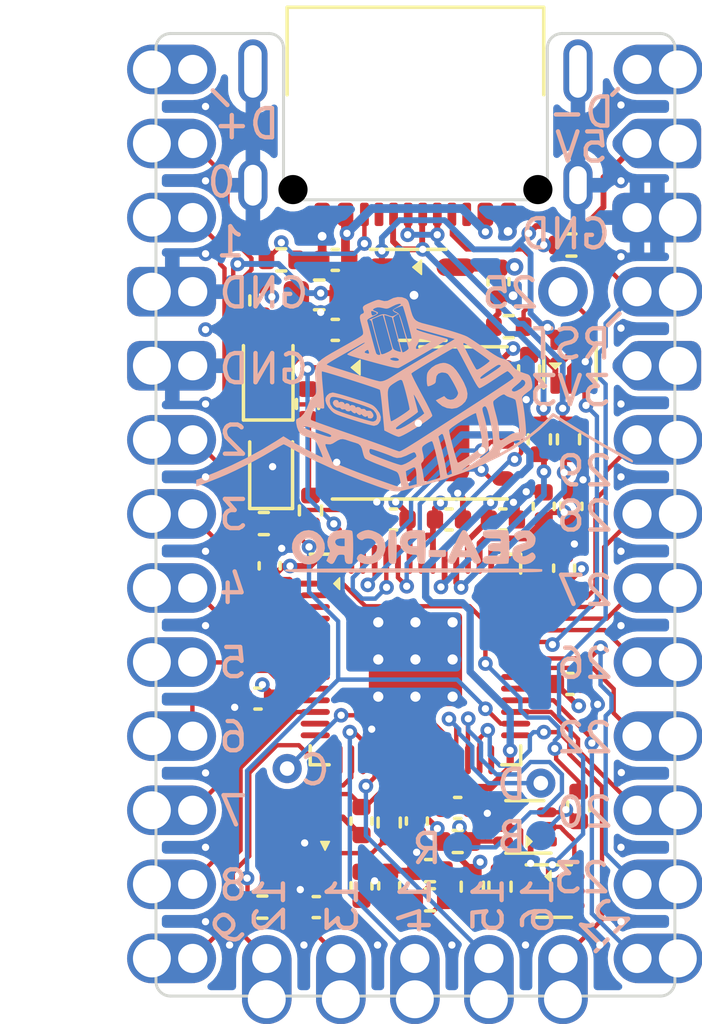
<source format=kicad_pcb>
(kicad_pcb (version 20211014) (generator pcbnew)
  (title_block (title "Sea Picro EXT") (date "2022-06-20") (rev "0.3") (company "Josh Johnson"))
  (layers (0 "F.Cu" signal) (1 "In1.Cu" signal) (2 "In2.Cu" signal) (31 "B.Cu" signal) (34 "B.Paste" user) (35 "F.Paste" user) (36 "B.SilkS" user "B.Silkscreen") (37 "F.SilkS" user "F.Silkscreen") (38 "B.Mask" user) (39 "F.Mask" user) (44 "Edge.Cuts" user))
  (net 0 "")
  (net 1 "GND")
  (net 2 "Net-(J1-PadA5)")
  (net 3 "Net-(J1-PadB5)")
  (net 4 "+5V")
  (net 5 "VBUS")
  (net 6 "Net-(D2-Pad2)")
  (net 7 "+3V3")
  (net 8 "/nRST")
  (net 9 "Net-(C6-Pad2)")
  (net 10 "Net-(C7-Pad2)")
  (net 11 "+1V1")
  (net 12 "Net-(D1-Pad2)")
  (net 13 "/LED_5V")
  (net 14 "/LED_DO")
  (net 15 "/9")
  (net 16 "/8")
  (net 17 "/7")
  (net 18 "/6")
  (net 19 "/5")
  (net 20 "/4")
  (net 21 "/3_SCL1")
  (net 22 "/2_SDA1")
  (net 23 "/1_RX0")
  (net 24 "/0_TX0")
  (net 25 "/A3")
  (net 26 "/A2")
  (net 27 "/A1")
  (net 28 "/A0")
  (net 29 "/22_SCK")
  (net 30 "/20_MISO")
  (net 31 "/23_MOSI")
  (net 32 "/21_nCS")
  (net 33 "/FLASH_nCS")
  (net 34 "/USB+")
  (net 35 "/USB-")
  (net 36 "Net-(R9-Pad2)")
  (net 37 "/SWDCLK")
  (net 38 "/SWDIO")
  (net 40 "/FLASH_SD1")
  (net 41 "/FLASH_SD2")
  (net 42 "/FLASH_SD0")
  (net 43 "/FLASH_SCK")
  (net 44 "/FLASH_SD3")
  (net 45 "/D+")
  (net 46 "/D-")
  (net 47 "/SWITCH")
  (net 48 "/12")
  (net 49 "Net-(C19-Pad1)")
  (net 51 "Net-(Q1-Pad3)")
  (net 52 "Net-(Q1-Pad4)")
  (net 53 "/BOOT")
  (net 54 "Net-(R10-Pad1)")
  (net 55 "/13")
  (net 56 "/VBUS_DETECT")
  (net 58 "/14")
  (net 59 "/15")
  (net 60 "/16")
  (net 64 "Net-(R11-Pad1)")
  (footprint "josh-module:Sea-Picro_EXT_Pins_Castellated" (layer "F.Cu") (at 126.14951 91.27)
    (fp_text reference "J2" hide)
    (fp_text value "Sea-Picro")
  )
  (footprint "Capacitor_SMD:C_0402_1005Metric" (layer "F.Cu") (at 124.35 104.02 90)
    (fp_text reference "C19" hide)
    (fp_text value "4u7" hide)
  )
  (footprint "Resistor_SMD:R_0402_1005Metric" (layer "F.Cu") (at 122.6 91.15 90)
    (fp_text reference "R6" hide)
    (fp_text value "5K1" hide)
  )
  (footprint "josh-soic-sot-etc:SOT-563" (layer "F.Cu") (at 131.5 86.05 90)
    (fp_text reference "U4" hide)
    (fp_text value "74LVC1T45")
  )
  (footprint "Capacitor_SMD:C_0402_1005Metric" (layer "F.Cu") (at 131.55 91.01 90)
    (fp_text reference "C10" hide)
    (fp_text value "100n" hide)
  )
  (footprint "Capacitor_SMD:C_0402_1005Metric" (layer "F.Cu") (at 126.25 101.8 -90)
    (fp_text reference "C8" hide)
    (fp_text value "100n" hide)
  )
  (footprint "Capacitor_SMD:C_0402_1005Metric" (layer "F.Cu") (at 120.8 97.6 180)
    (fp_text reference "C11" hide)
    (fp_text value "100n" hide)
  )
  (footprint "josh-soic-sot-etc:SOT-23-5" (layer "F.Cu") (at 126.45 83.76)
    (fp_text reference "U1" hide)
    (fp_text value "AP7365-33WG-7 ")
  )
  (footprint "Resistor_SMD:R_0402_1005Metric" (layer "F.Cu") (at 121 91.6)
    (fp_text reference "R16" hide)
    (fp_text value "2K2")
  )
  (footprint "Resistor_SMD:R_0402_1005Metric" (layer "F.Cu") (at 122.5 87.5 90)
    (fp_text reference "R10" hide)
    (fp_text value "5K1" hide)
  )
  (footprint "josh-dfn-qfn:WSON-8-1EP_6x5mm_P1.27mm_EP3.4x4mm" (layer "F.Cu") (at 126.35 88.15)
    (fp_text reference "U2" hide)
    (fp_text value "GD25Q64CWIGR")
  )
  (footprint "Resistor_SMD:R_0402_1005Metric" (layer "F.Cu") (at 125.3 101.85 90)
    (fp_text reference "R9" hide)
    (fp_text value "1K" hide)
  )
  (footprint "Resistor_SMD:R_0402_1005Metric" (layer "F.Cu") (at 130.45 88.712973 -90)
    (fp_text reference "R7" hide)
    (fp_text value "27R" hide)
  )
  (footprint "Capacitor_SMD:C_0402_1005Metric" (layer "F.Cu") (at 129.05 83.31 -90)
    (fp_text reference "C2" hide)
    (fp_text value "4u7" hide)
  )
  (footprint "josh-connectors:USB-C_MID_MOUNT_918-418K2024S40000" (layer "F.Cu") (at 126.2 73.9)
    (fp_text reference "J1" hide)
    (fp_text value "USB_C_Receptacle_USB2.0")
    (fp_line (start -4.525 3) (end -4.525 6.6) (layer "Edge.Cuts") (width 0.1))
    (fp_line (start -4.525 6.6) (end 4.525 6.6) (layer "Edge.Cuts") (width 0.1))
    (fp_line (start 4.525 3) (end 4.525 6.6) (layer "Edge.Cuts") (width 0.1))
  )
  (footprint "Resistor_SMD:R_0402_1005Metric" (layer "F.Cu") (at 131.55 82.05)
    (fp_text reference "R4" hide)
    (fp_text value "5K1" hide)
  )
  (footprint "Capacitor_SMD:C_0402_1005Metric" (layer "F.Cu") (at 121.2 93.05 90)
    (fp_text reference "C15" hide)
    (fp_text value "100n" hide)
  )
  (footprint "Capacitor_SMD:C_0402_1005Metric" (layer "F.Cu") (at 122.8 104.75)
    (fp_text reference "C7" hide)
    (fp_text value "15p" hide)
  )
  (footprint "Resistor_SMD:R_0402_1005Metric" (layer "F.Cu") (at 131.8 101.3 -90)
    (fp_text reference "R15" hide)
    (fp_text value "1K" hide)
  )
  (footprint "Capacitor_SMD:C_0402_1005Metric" (layer "F.Cu") (at 127.35 91.46 180)
    (fp_text reference "C12" hide)
    (fp_text value "1u" hide)
  )
  (footprint "Capacitor_SMD:C_0402_1005Metric" (layer "F.Cu") (at 125.3 104.02 90)
    (fp_text reference "C5" hide)
    (fp_text value "4u7" hide)
  )
  (footprint "Capacitor_SMD:C_0402_1005Metric" (layer "F.Cu") (at 123.45 84.96 180)
    (fp_text reference "C1" hide)
    (fp_text value "4u7" hide)
  )
  (footprint "Resistor_SMD:R_0402_1005Metric" (layer "F.Cu") (at 127.65 102.5)
    (fp_text reference "R12" hide)
    (fp_text value "5K1" hide)
  )
  (footprint "Resistor_SMD:R_0402_1005Metric" (layer "F.Cu") (at 128.15 104.05 -90)
    (fp_text reference "R5" hide)
    (fp_text value "5K1" hide)
  )
  (footprint "Resistor_SMD:R_0402_1005Metric" (layer "F.Cu") (at 120.95 104.75)
    (fp_text reference "R17" hide)
    (fp_text value "5K1")
  )
  (footprint "Resistor_SMD:R_0402_1005Metric" (layer "F.Cu") (at 129.4 84.85)
    (fp_text reference "R1" hide)
    (fp_text value "5K1" hide)
  )
  (footprint "josh-passives-smt:Fuse_0603_1608Metric" (layer "F.Cu") (at 122.9 83.76)
    (fp_text reference "F1" hide)
    (fp_text value "500mA" hide)
  )
  (footprint "Resistor_SMD:R_0402_1005Metric" (layer "F.Cu") (at 126.7 103.5 180)
    (fp_text reference "R11" hide)
    (fp_text value "51K")
  )
  (footprint "josh-soic-sot-etc:SOT-563" (layer "F.Cu") (at 130.9 104.2)
    (fp_text reference "Q1" hide)
    (fp_text value "2N7002VC-7")
  )
  (footprint "Resistor_SMD:R_0402_1005Metric" (layer "F.Cu") (at 126.7 104.5 180)
    (fp_text reference "R14" hide)
    (fp_text value "51K")
  )
  (footprint "Capacitor_SMD:C_0402_1005Metric" (layer "F.Cu") (at 124.35 101.8 90)
    (fp_text reference "C6" hide)
    (fp_text value "15p" hide)
  )
  (footprint "josh-dfn-qfn:RP2040-QFN-56" (layer "F.Cu") (at 126.2 96.26)
    (fp_text reference "U3" hide)
    (fp_text value "RP2040" hide)
  )
  (footprint "Resistor_SMD:R_0402_1005Metric" (layer "F.Cu") (at 129.1 104.05 90)
    (fp_text reference "R13" hide)
    (fp_text value "51K" hide)
  )
  (footprint "Resistor_SMD:R_0402_1005Metric" (layer "F.Cu") (at 120.9 83.95 -90)
    (fp_text reference "R3" hide)
    (fp_text value "2K2" hide)
  )
  (footprint "Capacitor_SMD:C_0402_1005Metric" (layer "F.Cu") (at 130.1 86.3 -90)
    (fp_text reference "C4" hide)
    (fp_text value "100n" hide)
  )
  (footprint "Capacitor_SMD:C_0402_1005Metric" (layer "F.Cu") (at 129.2 91.46)
    (fp_text reference "C9" hide)
    (fp_text value "1u" hide)
  )
  (footprint "Capacitor_SMD:C_0402_1005Metric" (layer "F.Cu") (at 127.65 101.35)
    (fp_text reference "C17" hide)
    (fp_text value "100n" hide)
  )
  (footprint "Capacitor_SMD:C_0402_1005Metric" (layer "F.Cu") (at 131.5 97.1)
    (fp_text reference "C14" hide)
    (fp_text value "100n" hide)
  )
  (footprint "josh-oscillators:Crystal_SMD_2520-4Pin_2.5x2.0mm" (layer "F.Cu") (at 122.4 102.55 90)
    (fp_text reference "Y1" hide)
    (fp_text value "12MHz")
  )
  (footprint "LED_SMD:LED_0603_1608Metric" (layer "F.Cu") (at 121.25 89.6 90)
    (fp_text reference "D2" hide)
    (fp_text value "LED" hide)
  )
  (footprint "Resistor_SMD:R_0402_1005Metric" (layer "F.Cu") (at 121.6 82.56 180)
    (fp_text reference "R2" hide)
    (fp_text value "5K1" hide)
  )
  (footprint "Capacitor_SMD:C_0402_1005Metric" (layer "F.Cu") (at 125.45 91.46 180)
    (fp_text reference "C18" hide)
    (fp_text value "100n" hide)
  )
  (footprint "josh-passives-smt:D_SOD-323" (layer "F.Cu") (at 121.15 86.55 90)
    (fp_text reference "D1" hide)
    (fp_text value "B5817WS")
  )
  (footprint "josh-soic-sot-etc:SOT-563" (layer "F.Cu") (at 129.95 102 180)
    (fp_text reference "Q2" hide)
    (fp_text value "2N7002VC-7")
  )
  (footprint "Capacitor_SMD:C_0402_1005Metric" (layer "F.Cu") (at 130.6 91.01 90)
    (fp_text reference "C13" hide)
    (fp_text value "100n" hide)
  )
  (footprint "Capacitor_SMD:C_0402_1005Metric" (layer "F.Cu") (at 123.45 82.56 180)
    (fp_text reference "C3" hide)
    (fp_text value "4u7" hide)
  )
  (footprint "Capacitor_SMD:C_0402_1005Metric" (layer "F.Cu") (at 131.3 93.13 90)
    (fp_text reference "C16" hide)
    (fp_text value "100n" hide)
  )
  (footprint "Resistor_SMD:R_0402_1005Metric" (layer "F.Cu") (at 131.45 88.712973 -90)
    (fp_text reference "R8" hide)
    (fp_text value "27R" hide)
  )
  (footprint "josh-test-point:TestPoint_THTPad_D1.0mm_Drill0.5mm_NO_SILK" (layer "B.Cu") (at 130.5 100.5 180)
    (fp_text reference "TP2" hide)
    (fp_text value "IO")
  )
  (footprint "josh-test-point:TestPoint_THTPad_D1.0mm_Drill0.5mm_NO_SILK" (layer "B.Cu") (at 121.8 100 180)
    (fp_text reference "TP1" hide)
    (fp_text value "CLK")
  )
  (footprint "josh-logos:sea-picro-silk" (layer "B.Cu") (at 126.2 88.6 180)
    (fp_text reference "LOGO2" hide)
    (fp_text value "Sea-Picro" hide)
  )
  (footprint "josh-test-point:TestPoint_SMDPad_D1.0mm_NO_SILK" (layer "B.Cu") (at 127.65 102.7 90)
    (fp_text reference "TP3" hide)
    (fp_text value "nRST")
  )
  (footprint "josh-test-point:TestPoint_SMDPad_D1.0mm_NO_SILK" (layer "B.Cu") (at 130.5 102.3 90)
    (fp_text reference "TP4" hide)
    (fp_text value "BOOT")
  )
  (footprint "josh-logos:OSHW_Logo_3.6x3.6_F.Mask" (layer "B.Cu") (at 126.2 99.8 180)
    (fp_text reference "LOGO1" hide)
    (fp_text value "Logo_Open_Hardware_Small" hide)
  )
  (gr_line (start 133.2 84.4) (end 132.8 84.8) (layer "B.SilkS") (width 0.15))
  (gr_line (start 119.75 77.25) (end 119.25 76.75) (layer "B.SilkS") (width 0.15))
  (gr_line (start 133.15 76.7) (end 132.95 76.9) (layer "B.SilkS") (width 0.15))
  (gr_line (start 117.3 75.3) (end 117.3 107.3) (layer "Edge.Cuts") (width 0.1))
  (gr_line (start 117.8 107.8) (end 134.6 107.8) (layer "Edge.Cuts") (width 0.1))
  (gr_line (start 131.225 74.8) (end 134.6 74.8) (layer "Edge.Cuts") (width 0.1))
  (gr_line (start 121.175 74.8) (end 117.8 74.8) (layer "Edge.Cuts") (width 0.1))
  (gr_arc (start 130.725 75.3) (mid 130.871447 74.946447) (end 131.225 74.8) (layer "Edge.Cuts") (width 0.1))
  (gr_arc (start 117.3 75.3) (mid 117.446447 74.946447) (end 117.8 74.8) (layer "Edge.Cuts") (width 0.1))
  (gr_line (start 121.675 76.9) (end 121.675 75.3) (layer "Edge.Cuts") (width 0.1))
  (gr_line (start 135.1 107.3) (end 135.1 75.3) (layer "Edge.Cuts") (width 0.1))
  (gr_arc (start 135.1 107.3) (mid 134.953553 107.653553) (end 134.6 107.8) (layer "Edge.Cuts") (width 0.1))
  (gr_arc (start 134.6 74.8) (mid 134.953553 74.946447) (end 135.1 75.3) (layer "Edge.Cuts") (width 0.1))
  (gr_arc (start 117.8 107.8) (mid 117.446447 107.653553) (end 117.3 107.3) (layer "Edge.Cuts") (width 0.1))
  (gr_line (start 130.725 76.9) (end 130.725 75.3) (layer "Edge.Cuts") (width 0.1))
  (gr_arc (start 121.175 74.8) (mid 121.528553 74.946447) (end 121.675 75.3) (layer "Edge.Cuts") (width 0.1))
  (gr_text "23" (at 131.9 103.75) (layer "B.SilkS") (effects (font (size 1 1)) (justify mirror)))
  (gr_text "21" (at 132.6 105.4 45) (layer "B.SilkS") (effects (font (size 1 1)) (justify mirror)))
  (gr_text "GND" (at 121 86.3) (layer "B.SilkS") (effects (font (size 1 1)) (justify mirror)))
  (gr_text "27" (at 132.004762 93.9) (layer "B.SilkS") (effects (font (size 1 1)) (justify mirror)))
  (gr_text "R" (at 126.6 102.75) (layer "B.SilkS") (effects (font (size 1 1)) (justify mirror)))
  (gr_text "14" (at 126.2 104.7 90) (layer "B.SilkS") (effects (font (size 1 1)) (justify mirror)))
  (gr_text "GND" (at 131.35 81.675) (layer "B.SilkS") (effects (font (size 1 1)) (justify mirror)))
  (gr_text "4" (at 119.95 93.833332) (layer "B.SilkS") (effects (font (size 1 1)) (justify mirror)))
  (gr_text "7" (at 119.95 101.45833) (layer "B.SilkS") (effects (font (size 1 1)) (justify mirror)))
  (gr_text "9" (at 119.8 105.5 45) (layer "B.SilkS") (effects (font (size 1 1)) (justify mirror)))
  (gr_text "1" (at 119.85 81.95) (layer "B.SilkS") (effects (font (size 1 1)) (justify mirror)))
  (gr_text "12" (at 121.2 104.7 90) (layer "B.SilkS") (effects (font (size 1 1)) (justify mirror)))
  (gr_text "D" (at 129.5 100.55) (layer "B.SilkS") (effects (font (size 1 1)) (justify mirror)))
  (gr_text "3" (at 119.95 91.3) (layer "B.SilkS") (effects (font (size 1 1)) (justify mirror)))
  (gr_text "B" (at 129.5 102.35) (layer "B.SilkS") (effects (font (size 1 1)) (justify mirror)))
  (gr_text "D+" (at 120.4 77.9) (layer "B.SilkS") (effects (font (size 1 1)) (justify mirror)))
  (gr_text "28" (at 132.004762 91.35) (layer "B.SilkS") (effects (font (size 1 1)) (justify mirror)))
  (gr_text "16" (at 130.4 104.7 90) (layer "B.SilkS") (effects (font (size 1 1)) (justify mirror)))
  (gr_text "RST" (at 131.55 85.45) (layer "B.SilkS") (effects (font (size 1 1)) (justify mirror)))
  (gr_text "29" (at 132 89.8) (layer "B.SilkS") (effects (font (size 1 1)) (justify mirror)))
  (gr_text "GND" (at 121 83.7) (layer "B.SilkS") (effects (font (size 1 1)) (justify mirror)))
  (gr_text "C" (at 122.75 100.05) (layer "B.SilkS") (effects (font (size 1 1)) (justify mirror)))
  (gr_text "13" (at 123.7 104.7 90) (layer "B.SilkS") (effects (font (size 1 1)) (justify mirror)))
  (gr_text "5V" (at 131.9 78.7) (layer "B.SilkS") (effects (font (size 1 1)) (justify mirror)))
  (gr_text "26" (at 132.004762 96.4) (layer "B.SilkS") (effects (font (size 1 1)) (justify mirror)))
  (gr_text "5" (at 119.95 96.374998) (layer "B.SilkS") (effects (font (size 1 1)) (justify mirror)))
  (gr_text "8" (at 119.95 104) (layer "B.SilkS") (effects (font (size 1 1)) (justify mirror)))
  (gr_text "D-" (at 131.9 77.5) (layer "B.SilkS") (effects (font (size 1 1)) (justify mirror)))
  (gr_text "0" (at 119.55 79.9) (layer "B.SilkS") (effects (font (size 1 1)) (justify mirror)))
  (gr_text "2" (at 119.95 88.75) (layer "B.SilkS") (effects (font (size 1 1)) (justify mirror)))
  (gr_text "15" (at 128.7 104.7 90) (layer "B.SilkS") (effects (font (size 1 1)) (justify mirror)))
  (gr_text "20" (at 132 101.5) (layer "B.SilkS") (effects (font (size 1 1)) (justify mirror)))
  (gr_text "22" (at 132 98.95) (layer "B.SilkS") (effects (font (size 1 1)) (justify mirror)))
  (gr_text "25" (at 129.45 83.7) (layer "B.SilkS") (effects (font (size 1 1)) (justify mirror)))
  (gr_text "6" (at 119.95 98.916664) (layer "B.SilkS") (effects (font (size 1 1)) (justify mirror)))
  (gr_text "3V3" (at 131.5 87.05) (layer "B.SilkS") (effects (font (size 1 1)) (justify mirror)))
  (segment (start 121.3 90.3875) (end 121.3 89.6495) (width 0.2) (layer "F.Cu") (net 1))
  (segment (start 128.699292 101.5) (end 128.665561 101.533731) (width 0.2) (layer "F.Cu") (net 1))
  (segment (start 128.89 84.85) (end 128.89 84.56) (width 0.2) (layer "F.Cu") (net 1))
  (segment (start 131.649529 92.300471) (end 131.651967 92.300471) (width 0.2) (layer "F.Cu") (net 1))
  (segment (start 125.05 98.65) (end 124.7 98.65) (width 0.2) (layer "F.Cu") (net 1))
  (segment (start 131.5 86.8) (end 131.5 86.280978) (width 0.2) (layer "F.Cu") (net 1))
  (segment (start 126.19 103.5) (end 125.34 103.5) (width 0.2) (layer "F.Cu") (net 1))
  (segment (start 125.3125 83.76) (end 126.140045 83.76) (width 0.3) (layer "F.Cu") (net 1))
  (segment (start 123.1 101.85) (end 122.4 102.55) (width 0.2) (layer "F.Cu") (net 1))
  (segment (start 127.83 91.46) (end 127.83 90.74) (width 0.2) (layer "F.Cu") (net 1))
  (segment (start 124.35 103.54) (end 124.49 103.54) (width 0.15) (layer "F.Cu") (net 1))
  (segment (start 123.71 101.675) (end 123.1 101.675) (width 0.2) (layer "F.Cu") (net 1))
  (segment (start 131.3 92.65) (end 131.649529 92.300471) (width 0.2) (layer "F.Cu") (net 1))
  (segment (start 128.13 101.35) (end 128.48183 101.35) (width 0.2) (layer "F.Cu") (net 1))
  (segment (start 129.549036 83.79) (end 129.5505 83.788536) (width 0.3) (layer "F.Cu") (net 1))
  (segment (start 122.32 104.75) (end 122.25 104.68) (width 0.2) (layer "F.Cu") (net 1))
  (segment (start 130.15 102.55) (end 130.15 103.25) (width 0.2) (layer "F.Cu") (net 1))
  (segment (start 131.98 97.1) (end 132.45 97.57) (width 0.2) (layer "F.Cu") (net 1))
  (segment (start 122.97 84.96) (end 122.97 84.38) (width 0.3) (layer "F.Cu") (net 1))
  (segment (start 121.7 103.6) (end 122.25 104.15) (width 0.2) (layer "F.Cu") (net 1))
  (segment (start 125.3 103.54) (end 125.11 103.54) (width 0.15) (layer "F.Cu") (net 1))
  (segment (start 121.46 104.75) (end 122.32 104.75) (width 0.15) (layer "F.Cu") (net 1))
  (segment (start 130.57 90.53) (end 130.55 90.51) (width 0.2) (layer "F.Cu") (net 1))
  (segment (start 122.4 102.6) (end 121.7 103.3) (width 0.2) (layer "F.Cu") (net 1))
  (segment (start 130.1 87.25) (end 130 87.35) (width 0.2) (layer "F.Cu") (net 1))
  (segment (start 129.4 81.561372) (end 129.376048 81.585324) (width 0.3) (layer "F.Cu") (net 1))
  (segment (start 124.97 90.9555) (end 124.8745 90.86) (width 0.2) (layer "F.Cu") (net 1))
  (segment (start 132.45 97.57) (end 132.45 97.8) (width 0.2) (layer "F.Cu") (net 1))
  (segment (start 129.4 80.9) (end 129.4 81.561372) (width 0.3) (layer "F.Cu") (net 1))
  (segment (start 121.7 103.425) (end 121.7 103.6) (width 0.2) (layer "F.Cu") (net 1))
  (segment (start 126.25 102.28) (end 126.25 102.85) (width 0.2) (layer "F.Cu") (net 1))
  (segment (start 130.1 86.78) (end 130.1 87.25) (width 0.2) (layer "F.Cu") (net 1))
  (segment (start 129.05 83.79) (end 129.549036 83.79) (width 0.3) (layer "F.Cu") (net 1))
  (segment (start 123 80.9) (end 123 81.75) (width 0.3) (layer "F.Cu") (net 1))
  (segment (start 127.83 90.74) (end 127.65 90.56) (width 0.2) (layer "F.Cu") (net 1))
  (segment (start 130.55 90.51) (end 130 90.51) (width 0.2) (layer "F.Cu") (net 1))
  (segment (start 121.2 92.57) (end 121.318463 92.451537) (width 0.2) (layer "F.Cu") (net 1))
  (segment (start 122.97 82.56) (end 122.11 82.56) (width 0.3) (layer "F.Cu") (net 1))
  (segment (start 125.11 103.54) (end 124.8 103.85) (width 0.15) (layer "F.Cu") (net 1))
  (segment (start 121.7 103.3) (end 121.7 103.425) (width 0.2) (layer "F.Cu") (net 1))
  (segment (start 131.95 90.13) (end 131.95 90.1) (width 0.2) (layer "F.Cu") (net 1))
  (segment (start 120.3 97.6) (end 120 97.9) (width 0.2) (layer "F.Cu") (net 1))
  (segment (start 128.89 84.56) (end 129.05 84.4) (width 0.2) (layer "F.Cu") (net 1))
  (segment (start 125.2 99.6975) (end 125.2 98.8) (width 0.2) (layer "F.Cu") (net 1))
  (segment (start 124.97 91.46) (end 124.97 90.9555) (width 0.2) (layer "F.Cu") (net 1))
  (segment (start 131.55 90.53) (end 131.95 90.13) (width 0.2) (layer "F.Cu") (net 1))
  (segment (start 125.34 103.5) (end 125.3 103.54) (width 0.2) (layer "F.Cu") (net 1))
  (segment (start 129.2 101.5) (end 128.699292 101.5) (width 0.2) (layer "F.Cu") (net 1))
  (segment (start 121.318463 92.451537) (end 121.61276 92.451537) (width 0.2) (layer "F.Cu") (net 1))
  (segment (start 124.265 102.23) (end 123.71 101.675) (width 0.2) (layer "F.Cu") (net 1))
  (segment (start 130.15 103.7) (end 130.15 103.25) (width 0.2) (layer "F.Cu") (net 1))
  (segment (start 129.05 84.4) (end 129.05 83.79) (width 0.2) (layer "F.Cu") (net 1))
  (segment (start 130.7 102.5) (end 130.2 102.5) (width 0.2) (layer "F.Cu") (net 1))
  (segment (start 131.5 86.280978) (end 131.730978 86.05) (width 0.2) (layer "F.Cu") (net 1))
  (segment (start 126.140045 83.76) (end 126.151561 83.771516) (width 0.3) (layer "F.Cu") (net 1))
  (segment (start 125.2 98.8) (end 125.05 98.65) (width 0.2) (layer "F.Cu") (net 1))
  (segment (start 122.97 84.38) (end 122.95 84.36) (width 0.3) (layer "F.Cu") (net 1))
  (segment (start 123.4875 90.055) (end 123.4875 89.5125) (width 0.2) (layer "F.Cu") (net 1))
  (segment (start 123 81.75) (end 123 82.53) (width 0.3) (layer "F.Cu") (net 1))
  (segment (start 123.1 101.675) (end 123.1 101.85) (width 0.2) (layer "F.Cu") (net 1))
  (segment (start 123 82.53) (end 122.97 82.56) (width 0.3) (layer "F.Cu") (net 1))
  (segment (start 131.730978 86.05) (end 132.0255 86.05) (width 0.2) (layer "F.Cu") (net 1))
  (segment (start 129.68 90.990001) (end 129.561757 90.871758) (width 0.2) (layer "F.Cu") (net 1))
  (segment (start 130.2 102.5) (end 130.15 102.55) (width 0.2) (layer "F.Cu") (net 1))
  (segment (start 120.32 97.6) (end 120.3 97.6) (width 0.2) (layer "F.Cu") (net 1))
  (segment (start 128.48183 101.35) (end 128.665561 101.533731) (width 0.2) (layer "F.Cu") (net 1))
  (segment (start 122.4 102.55) (end 122.4 102.6) (width 0.2) (layer "F.Cu") (net 1))
  (segment (start 129.68 91.46) (end 129.68 90.990001) (width 0.2) (layer "F.Cu") (net 1))
  (segment (start 122.25 104.68) (end 122.25 104.15) (width 0.2) (layer "F.Cu") (net 1))
  (segment (start 124.35 102.23) (end 124.265 102.23) (width 0.2) (layer "F.Cu") (net 1))
  (segment (start 123.4875 89.5125) (end 123.5 89.5) (width 0.2) (layer "F.Cu") (net 1))
  (segment (start 124.49 103.54) (end 124.8 103.85) (width 0.15) (layer "F.Cu") (net 1))
  (via (at 127.45 106.05) (size 0.5) (drill 0.25) (layers "F.Cu" "B.Cu") (net 1))
  (via (at 133.25 87.5) (size 0.5) (drill 0.25) (layers "F.Cu" "B.Cu") (net 1))
  (via (at 133.25 84.9) (size 0.5) (drill 0.25) (layers "F.Cu" "B.Cu") (net 1))
  (via (at 129.975 106.05) (size 0.5) (drill 0.25) (layers "F.Cu" "B.Cu") (net 1))
  (via (at 119.825 106.05) (size 0.5) (drill 0.25) (layers "F.Cu" "B.Cu") (net 1))
  (via (at 119 90) (size 0.5) (drill 0.25) (layers "F.Cu" "B.Cu") (net 1))
  (via (at 133.25 102.7) (size 0.5) (drill 0.25) (layers "F.Cu" "B.Cu") (net 1))
  (via (at 122.95 84.36) (size 0.5) (drill 0.25) (layers "F.Cu" "B.Cu") (net 1))
  (via (at 130.15 103.25) (size 0.5) (drill 0.25) (layers "F.Cu" "B.Cu") (net 1))
  (via (at 132.0255 86.05) (size 0.5) (drill 0.25) (layers "F.Cu" "B.Cu") (net 1))
  (via (at 129.561757 90.871758) (size 0.5) (drill 0.25) (layers "F.Cu" "B.Cu") (net 1))
  (via (at 124.9 106.05) (size 0.5) (drill 0.25) (layers "F.Cu" "B.Cu") (net 1))
  (via (at 133.25 82.45) (size 0.5) (drill 0.25) (layers "F.Cu" "B.Cu") (net 1))
  (via (at 133.25 105.25) (size 0.5) (drill 0.25) (layers "F.Cu" "B.Cu") (net 1))
  (via (at 119 102.7) (size 0.5) (drill 0.25) (layers "F.Cu" "B.Cu") (net 1))
  (via (at 132.45 97.8) (size 0.5) (drill 0.25) (layers "F.Cu" "B.Cu") (net 1))
  (via (at 132.525 106.05) (size 0.5) (drill 0.25) (layers "F.Cu" "B.Cu") (net 1))
  (via (at 119 95.1) (size 0.5) (drill 0.25) (layers "F.Cu" "B.Cu") (net 1))
  (via (at 126.3 88.16) (size 0.5) (drill 0.25) (layers "F.Cu" "B.Cu") (net 1))
  (via (at 133.262731 100.137269) (size 0.5) (drill 0.25) (layers "F.Cu" "B.Cu") (net 1))
  (via (at 121.3 89.6495) (size 0.5) (drill 0.25) (layers "F.Cu" "B.Cu") (net 1))
  (via (at 122.25 104.15) (size 0.5) (drill 0.25) (layers "F.Cu" "B.Cu") (net 1))
  (via (at 123.5 89.5) (size 0.5) (drill 0.25) (layers "F.Cu" "B.Cu") (net 1))
  (via (at 126.151561 83.771516) (size 0.6) (drill 0.3) (layers "F.Cu" "B.Cu") (net 1))
  (via (at 127.65 90.56) (size 0.5) (drill 0.25) (layers "F.Cu" "B.Cu") (net 1))
  (via (at 119 100.15) (size 0.5) (drill 0.25) (layers "F.Cu" "B.Cu") (net 1))
  (via (at 122.4 102.55) (size 0.5) (drill 0.25) (layers "F.Cu" "B.Cu") (net 1))
  (via (at 124.7 98.65) (size 0.5) (drill 0.25) (layers "F.Cu" "B.Cu") (net 1))
  (via (at 119 105.25) (size 0.5) (drill 0.25) (layers "F.Cu" "B.Cu") (net 1))
  (via (at 129.5505 83.788536) (size 0.6) (drill 0.3) (layers "F.Cu" "B.Cu") (net 1))
  (via (at 119 77.3) (size 0.5) (drill 0.25) (layers "F.Cu" "B.Cu") (net 1))
  (via (at 133.25 79.85) (size 0.5) (drill 0.25) (layers "F.Cu" "B.Cu") (net 1))
  (via (at 129.376048 81.585324) (size 0.6) (drill 0.3) (layers "F.Cu" "B.Cu") (net 1))
  (via (at 119 79.85) (size 0.5) (drill 0.25) (layers "F.Cu" "B.Cu") (net 1))
  (via (at 130 90.51) (size 0.5) (drill 0.25) (layers "F.Cu" "B.Cu") (net 1))
  (via (at 122.375 106.05) (size 0.5) (drill 0.25) (layers "F.Cu" "B.Cu") (net 1))
  (via (at 119 84.95) (size 0.5) (drill 0.25) (layers "F.Cu" "B.Cu") (net 1))
  (via (at 133.25 90) (size 0.5) (drill 0.25) (layers "F.Cu" "B.Cu") (net 1))
  (via (at 130 87.35) (size 0.5) (drill 0.25) (layers "F.Cu" "B.Cu") (net 1))
  (via (at 133.25 77.25) (size 0.5) (drill 0.25) (layers "F.Cu" "B.Cu") (net 1))
  (via (at 121.61276 92.451537) (size 0.5) (drill 0.25) (layers "F.Cu" "B.Cu") (net 1))
  (via (at 133.25 92.55) (size 0.5) (drill 0.25) (layers "F.Cu" "B.Cu") (net 1))
  (via (at 119 82.35) (size 0.5) (drill 0.25) (layers "F.Cu" "B.Cu") (net 1))
  (via (at 119 92.55) (size 0.5) (drill 0.25) (layers "F.Cu" "B.Cu") (net 1))
  (via (at 133.25 95.1) (size 0.5) (drill 0.25) (layers "F.Cu" "B.Cu") (net 1))
  (via (at 131.95 90.1) (size 0.5) (drill 0.25) (layers "F.Cu" "B.Cu") (net 1))
  (via (at 124.8 103.85) (size 0.5) (drill 0.25) (layers "F.Cu" "B.Cu") (net 1))
  (via (at 126.241624 102.870579) (size 0.5) (drill 0.25) (layers "F.Cu" "B.Cu") (net 1))
  (via (at 131.651967 92.300471) (size 0.5) (drill 0.25) (layers "F.Cu" "B.Cu") (net 1))
  (via (at 124.8745 90.86) (size 0.5) (drill 0.25) (layers "F.Cu" "B.Cu") (net 1))
  (via (at 119 87.5) (size 0.5) (drill 0.25) (layers "F.Cu" "B.Cu") (net 1))
  (via (at 128.665561 101.533731) (size 0.5) (drill 0.25) (layers "F.Cu" "B.Cu") (net 1))
  (via (at 120 97.9) (size 0.5) (drill 0.25) (layers "F.Cu" "B.Cu") (net 1))
  (via (at 123 81.75) (size 0.6) (drill 0.3) (layers "F.Cu" "B.Cu") (net 1))
  (segment (start 129.91 84.85) (end 129.91 84.34) (width 0.15) (layer "F.Cu") (net 2))
  (segment (start 130.15 84.1) (end 130.15 82.458242) (width 0.15) (layer "F.Cu") (net 2))
  (segment (start 127.95 82.2) (end 127.45 81.7) (width 0.15) (layer "F.Cu") (net 2))
  (segment (start 129.891758 82.2) (end 127.95 82.2) (width 0.15) (layer "F.Cu") (net 2))
  (segment (start 127.45 81.7) (end 127.45 80.9) (width 0.15) (layer "F.Cu") (net 2))
  (segment (start 130.15 82.458242) (end 129.891758 82.2) (width 0.15) (layer "F.Cu") (net 2))
  (segment (start 129.91 84.34) (end 130.15 84.1) (width 0.15) (layer "F.Cu") (net 2))
  (segment (start 121.09 82.56) (end 121.6 82.05) (width 0.15) (layer "F.Cu") (net 3))
  (segment (start 121.6 82.05) (end 121.6 81.96697) (width 0.15) (layer "F.Cu") (net 3))
  (segment (start 124.45 80.9) (end 124.45 82) (width 0.15) (layer "F.Cu") (net 3))
  (via (at 124.45 82) (size 0.5) (drill 0.25) (layers "F.Cu" "B.Cu") (net 3))
  (via (at 121.6 81.96697) (size 0.5) (drill 0.25) (layers "F.Cu" "B.Cu") (net 3))
  (segment (start 124.45 82) (end 124.1 82.35) (width 0.15) (layer "B.Cu") (net 3))
  (segment (start 121.98303 82.35) (end 121.6 81.96697) (width 0.15) (layer "B.Cu") (net 3))
  (segment (start 124.1 82.35) (end 121.98303 82.35) (width 0.15) (layer "B.Cu") (net 3))
  (segment (start 122.422887 85.6) (end 121.15 86.872887) (width 0.3) (layer "F.Cu") (net 4))
  (segment (start 124.18 84.71) (end 125.3125 84.71) (width 0.3) (layer "F.Cu") (net 4))
  (segment (start 125.049152 82.250814) (end 125.049152 82.546652) (width 0.2) (layer "F.Cu") (net 4))
  (segment (start 131 85.3) (end 130.728543 85.028543) (width 0.2) (layer "F.Cu") (net 4))
  (segment (start 130.728543 85.028543) (end 130.728543 84.871457) (width 0.2) (layer "F.Cu") (net 4))
  (segment (start 126.15 82.81) (end 125.3125 82.81) (width 0.3) (layer "F.Cu") (net 4))
  (segment (start 130.338483 81.4) (end 130.087576 81.650907) (width 0.2) (layer "F.Cu") (net 4))
  (segment (start 121.15 86.872887) (end 121.15 87.6) (width 0.3) (layer "F.Cu") (net 4))
  (segment (start 132.65 79.73) (end 132.65 80.75) (width 0.2) (layer "F.Cu") (net 4))
  (segment (start 132 81.4) (end 130.338483 81.4) (width 0.2) (layer "F.Cu") (net 4))
  (segment (start 133.8 78.58) (end 132.65 79.73) (width 0.2) (layer "F.Cu") (net 4))
  (segment (start 126.2 84.71) (end 126.8 84.11) (width 0.3) (layer "F.Cu") (net 4))
  (segment (start 123.93 84.96) (end 123.29 85.6) (width 0.3) (layer "F.Cu") (net 4))
  (segment (start 126.8 84.11) (end 126.8 83.46) (width 0.3) (layer "F.Cu") (net 4))
  (segment (start 123.29 85.6) (end 122.422887 85.6) (width 0.3) (layer "F.Cu") (net 4))
  (segment (start 123.93 84.96) (end 124.18 84.71) (width 0.3) (layer "F.Cu") (net 4))
  (segment (start 126.8 83.46) (end 126.15 82.81) (width 0.3) (layer "F.Cu") (net 4))
  (segment (start 125.049152 82.546652) (end 125.3125 82.81) (width 0.2) (layer "F.Cu") (net 4))
  (segment (start 125.3125 84.71) (end 126.2 84.71) (width 0.3) (layer "F.Cu") (net 4))
  (segment (start 132.65 80.75) (end 132 81.4) (width 0.2) (layer "F.Cu") (net 4))
  (via (at 130.087576 81.650907) (size 0.5) (drill 0.25) (layers "F.Cu" "B.Cu") (net 4))
  (via (at 125.049152 82.250814) (size 0.5) (drill 0.25) (layers "F.Cu" "B.Cu") (net 4))
  (via (at 130.728543 84.871457) (size 0.5) (drill 0.25) (layers "F.Cu" "B.Cu") (net 4))
  (segment (start 125.049152 81.800848) (end 125.650489 81.199511) (width 0.2) (layer "B.Cu") (net 4))
  (segment (start 129.769242 81.969242) (end 130.087576 81.650907) (width 0.2) (layer "B.Cu") (net 4))
  (segment (start 129.537984 82.200499) (end 129.769242 81.969242) (width 0.2) (layer "B.Cu") (net 4))
  (segment (start 125.049152 82.250814) (end 125.049152 81.800848) (width 0.2) (layer "B.Cu") (net 4))
  (segment (start 127.199511 81.199511) (end 128.200499 82.200499) (width 0.2) (layer "B.Cu") (net 4))
  (segment (start 125.650489 81.199511) (end 127.199511 81.199511) (width 0.2) (layer "B.Cu") (net 4))
  (segment (start 128.200499 82.200499) (end 129.537984 82.200499) (width 0.2) (layer "B.Cu") (net 4))
  (segment (start 130.7 84.95) (end 130.149501 84.399501) (width 0.2) (layer "B.Cu") (net 4))
  (segment (start 130.149501 84.399501) (end 130.149501 82.349501) (width 0.2) (layer "B.Cu") (net 4))
  (segment (start 130.149501 82.349501) (end 129.769242 81.969242) (width 0.2) (layer "B.Cu") (net 4))
  (segment (start 120.45 91.11295) (end 120.233533 90.896483) (width 0.15) (layer "F.Cu") (net 5))
  (segment (start 123.93 83.5175) (end 123.6875 83.76) (width 0.3) (layer "F.Cu") (net 5))
  (segment (start 123.8 80.9) (end 123.8 82.43) (width 0.3) (layer "F.Cu") (net 5))
  (segment (start 123.93 82.56) (end 123.93 83.5175) (width 0.3) (layer "F.Cu") (net 5))
  (segment (start 120.233533 90.896483) (end 120.233532 89.486388) (width 0.15) (layer "F.Cu") (net 5))
  (segment (start 123.8 82.43) (end 123.93 82.56) (width 0.3) (layer "F.Cu") (net 5))
  (segment (start 122.9495 83.7) (end 123.6275 83.7) (width 0.2) (layer "F.Cu") (net 5))
  (segment (start 128.6 80.9) (end 128.6 81.6) (width 0.3) (layer "F.Cu") (net 5))
  (segment (start 123.6275 83.7) (end 123.6875 83.76) (width 0.2) (layer "F.Cu") (net 5))
  (segment (start 120.49 91.6) (end 120.45 91.56) (width 0.15) (layer "F.Cu") (net 5))
  (segment (start 119.95 89.202856) (end 119.95 82.850291) (width 0.15) (layer "F.Cu") (net 5))
  (segment (start 119.95 82.850291) (end 120.100438 82.699853) (width 0.15) (layer "F.Cu") (net 5))
  (segment (start 120.45 91.56) (end 120.45 91.11295) (width 0.15) (layer "F.Cu") (net 5))
  (segment (start 120.233532 89.486388) (end 119.95 89.202856) (width 0.15) (layer "F.Cu") (net 5))
  (via (at 122.9495 83.7) (size 0.5) (drill 0.25) (layers "F.Cu" "B.Cu") (net 5))
  (via (at 123.85 81.65) (size 0.5) (drill 0.25) (layers "F.Cu" "B.Cu") (net 5))
  (via (at 120.100438 82.699853) (size 0.5) (drill 0.25) (layers "F.Cu" "B.Cu") (net 5))
  (via (at 128.6 81.6) (size 0.5) (drill 0.25) (layers "F.Cu" "B.Cu") (net 5))
  (segment (start 128.6 81.6) (end 127.8 80.8) (width 0.3) (layer "B.Cu") (net 5))
  (segment (start 122.5 83.7) (end 121.499853 82.699853) (width 0.2) (layer "B.Cu") (net 5))
  (segment (start 121.499853 82.699853) (end 120.100438 82.699853) (width 0.2) (layer "B.Cu") (net 5))
  (segment (start 122.9495 83.7) (end 122.5 83.7) (width 0.2) (layer "B.Cu") (net 5))
  (segment (start 124.7 80.8) (end 123.85 81.65) (width 0.3) (layer "B.Cu") (net 5))
  (segment (start 127.8 80.8) (end 124.7 80.8) (width 0.3) (layer "B.Cu") (net 5))
  (segment (start 120.674011 84.685989) (end 120.9 84.46) (width 0.15) (layer "F.Cu") (net 6))
  (segment (start 121.25 88.8125) (end 120.674011 88.236511) (width 0.15) (layer "F.Cu") (net 6))
  (segment (start 120.674011 88.236511) (end 120.674011 84.685989) (width 0.15) (layer "F.Cu") (net 6))
  (segment (start 128.15 103.54) (end 128.15 103.474222) (width 0.2) (layer "F.Cu") (net 7))
  (segment (start 129.03 82.81) (end 129.05 82.83) (width 0.3) (layer "F.Cu") (net 7))
  (segment (start 130.88 91.21) (end 131.3 91.21) (width 0.2) (layer "F.Cu") (net 7))
  (segment (start 130.57 97.1) (end 130.41 97.26) (width 0.2) (layer "F.Cu") (net 7))
  (segment (start 131.5 85.3) (end 131.5 85.786694) (width 0.2) (layer "F.Cu") (net 7))
  (segment (start 126.8 92.8225) (end 126.8 92.01) (width 0.2) (layer "F.Cu") (net 7))
  (segment (start 122.7625 97.26) (end 121.62 97.26) (width 0.2) (layer "F.Cu") (net 7))
  (segment (start 130.52 85.82) (end 130.1 85.82) (width 0.2) (layer "F.Cu") (net 7))
  (segment (start 128.564284 92.11) (end 129.98 92.11) (width 0.2) (layer "F.Cu") (net 7))
  (segment (start 120.9 83.4501) (end 121.2755 83.8256) (width 0.2) (layer "F.Cu") (net 7))
  (segment (start 131.5 85.786694) (end 131.286695 86) (width 0.2) (layer "F.Cu") (net 7))
  (segment (start 129.8875 92.8225) (end 130.61 92.1) (width 0.2) (layer "F.Cu") (net 7))
  (segment (start 126.8 92.01) (end 126.8 91.53) (width 0.2) (layer "F.Cu") (net 7))
  (segment (start 126.25 101.351329) (end 126.952589 102.053918) (width 0.2) (layer "F.Cu") (net 7))
  (segment (start 130.95 86) (end 130.825 86.125) (width 0.2) (layer "F.Cu") (net 7))
  (segment (start 128.1 103.54) (end 128.1 103.45) (width 0.2) (layer "F.Cu") (net 7))
  (segment (start 126.25 100.95) (end 126.4 100.8) (width 0.2) (layer "F.Cu") (net 7))
  (segment (start 126.87 91.46) (end 126.87 91.078901) (width 0.2) (layer "F.Cu") (net 7))
  (segment (start 121.88 93.53) (end 122.01 93.66) (width 0.2) (layer "F.Cu") (net 7))
  (segment (start 131 86.8) (end 131 86.3) (width 0.2) (layer "F.Cu") (net 7))
  (segment (start 121.674421 93.055579) (end 121.9 93.055579) (width 0.2) (layer "F.Cu") (net 7))
  (segment (start 127.15 102.5) (end 127.14 102.5) (width 0.2) (layer "F.Cu") (net 7))
  (segment (start 126.25 101.32) (end 126.25 100.95) (width 0.2) (layer "F.Cu") (net 7))
  (segment (start 131.77 97.85) (end 131.8 97.85) (width 0.2) (layer "F.Cu") (net 7))
  (segment (start 130.61 92.1) (end 130.96 92.1) (width 0.2) (layer "F.Cu") (net 7))
  (segment (start 122.61 91.66) (end 123.049501 92.099501) (width 0.2) (layer "F.Cu") (net 7))
  (segment (start 129.6375 93.66) (end 131.25 93.66) (width 0.2) (layer "F.Cu") (net 7))
  (segment (start 126.8 91.53) (end 126.87 91.46) (width 0.2) (layer "F.Cu") (net 7))
  (segment (start 131.3 91.24) (end 131.3 91.21) (width 0.2) (layer "F.Cu") (net 7))
  (segment (start 122.600823 93.055579) (end 121.9 93.055579) (width 0.2) (layer "F.Cu") (net 7))
  (segment (start 126.87 91.078901) (end 127.058296 90.890605) (width 0.2) (layer "F.Cu") (net 7))
  (segment (start 130.96 92.1) (end 131.55 91.51) (width 0.2) (layer "F.Cu") (net 7))
  (segment (start 126.4 92.8225) (end 126.4 92.21) (width 0.2) (layer "F.Cu") (net 7))
  (segment (start 126.4 100.8) (end 126.4 99.6975) (width 0.2) (layer "F.Cu") (net 7))
  (segment (start 129.57 82.83) (end 129.6 82.8) (width 0.3) (layer "F.Cu") (net 7))
  (segment (start 131.55 91.49) (end 131.3 91.24) (width 0.2) (layer "F.Cu") (net 7))
  (segment (start 121.28 97.454012) (end 120.95 97.124012) (width 0.2) (layer "F.Cu") (net 7))
  (segment (start 128.1 103.45) (end 127.15 102.5) (width 0.2) (layer "F.Cu") (net 7))
  (segment (start 122.01 93.66) (end 122.7625 93.66) (width 0.2) (layer "F.Cu") (net 7))
  (segment (start 127.5875 82.81) (end 129.03 82.81) (width 0.3) (layer "F.Cu") (net 7))
  (segment (start 126.4 92.21) (end 126.6 92.01) (width 0.2) (layer "F.Cu") (net 7))
  (segment (start 126.25 101.32) (end 126.25 101.351329) (width 0.2) (layer "F.Cu") (net 7))
  (segment (start 131 86.3) (end 130.825 86.125) (width 0.2) (layer "F.Cu") (net 7))
  (segment (start 121.28 97.6) (end 121.28 97.454012) (width 0.2) (layer "F.Cu") (net 7))
  (segment (start 126.952589 102.312589) (end 127.14 102.5) (width 0.2) (layer "F.Cu") (net 7))
  (segment (start 130.6 91.49) (end 130.88 91.21) (width 0.2) (layer "F.Cu") (net 7))
  (segment (start 129.6375 97.26) (end 130.41 97.26) (width 0.2) (layer "F.Cu") (net 7))
  (segment (start 131.3 93.61) (end 131.44 93.61) (width 0.2) (layer "F.Cu") (net 7))
  (segment (start 121.2 93.53) (end 121.674421 93.055579) (width 0.2) (layer "F.Cu") (net 7))
  (segment (start 121.2 93.53) (end 121.88 93.53) (width 0.2) (layer "F.Cu") (net 7))
  (segment (start 126.6 92.01) (end 126.8 92.01) (width 0.2) (layer "F.Cu") (net 7))
  (segment (start 123.049501 92.606901) (end 122.600823 93.055579) (width 0.2) (layer "F.Cu") (net 7))
  (segment (start 128.4 92.8225) (end 128.4 92.274284) (width 0.2) (layer "F.Cu") (net 7))
  (segment (start 131.44 93.61) (end 131.9 93.15) (width 0.2) (layer "F.Cu") (net 7))
  (segment (start 129.98 92.11) (end 130.6 91.49) (width 0.2) (layer "F.Cu") (net 7))
  (segment (start 126.952589 102.053918) (end 126.952589 102.312589) (width 0.2) (layer "F.Cu") (net 7))
  (segment (start 131.286695 86) (end 130.95 86) (width 0.2) (layer "F.Cu") (net 7))
  (segment (start 130.825 86.125) (end 130.52 85.82) (width 0.2) (layer "F.Cu") (net 7))
  (segment (start 131.02 97.1) (end 130.57 97.1) (width 0.2) (layer "F.Cu") (net 7))
  (segment (start 128.15 103.474222) (end 128.4194 103.204822) (width 0.2) (layer "F.Cu") (net 7))
  (segment (start 128.8 92.8225) (end 129.8875 92.8225) (width 0.2) (layer "F.Cu") (net 7))
  (segment (start 123.049501 92.099501) (end 123.049501 92.606901) (width 0.2) (layer "F.Cu") (net 7))
  (segment (start 131.25 93.66) (end 131.3 93.61) (width 0.2) (layer "F.Cu") (net 7))
  (segment (start 129.05 82.83) (end 129.57 82.83) (width 0.3) (layer "F.Cu") (net 7))
  (segment (start 131.55 91.51) (end 131.55 91.49) (width 0.2) (layer "F.Cu") (net 7))
  (segment (start 131.04 82.05) (end 130.6 82.05) (width 0.2) (layer "F.Cu") (net 7))
  (segment (start 129.2125 86.245) (end 129.2125 85.9375) (width 0.2) (layer "F.Cu") (net 7))
  (segment (start 131.02 97.1) (end 131.77 97.85) (width 0.2) (layer "F.Cu") (net 7))
  (segment (start 128.4 92.274284) (end 128.564284 92.11) (width 0.2) (layer "F.Cu") (net 7))
  (segment (start 129.2125 85.9375) (end 129.55 85.6) (width 0.2) (layer "F.Cu") (net 7))
  (segment (start 121.62 97.26) (end 121.28 97.6) (width 0.2) (layer "F.Cu") (net 7))
  (via (at 129.55 85.6) (size 0.5) (drill 0.25) (layers "F.Cu" "B.Cu") (net 7))
  (via (at 131.8 97.85) (size 0.5) (drill 0.25) (layers "F.Cu" "B.Cu") (net 7))
  (via (at 131.3 91.21) (size 0.5) (drill 0.25) (layers "F.Cu" "B.Cu") (net 7))
  (via (at 121.2755 83.8256) (size 0.5) (drill 0.25) (layers "F.Cu" "B.Cu") (net 7))
  (via (at 131.9 93.15) (size 0.5) (drill 0.25) (layers "F.Cu" "B.Cu") (net 7))
  (via (at 120.95 97.124012) (size 0.5) (drill 0.25) (layers "F.Cu" "B.Cu") (net 7))
  (via (at 126.952589 102.053918) (size 0.5) (drill 0.25) (layers "F.Cu" "B.Cu") (net 7))
  (via (at 127.058296 90.890605) (size 0.5) (drill 0.25) (layers "F.Cu" "B.Cu") (net 7))
  (via (at 121.9 93.055579) (size 0.5) (drill 0.25) (layers "F.Cu" "B.Cu") (net 7))
  (via (at 128.4194 103.204822) (size 0.5) (drill 0.25) (layers "F.Cu" "B.Cu") (net 7))
  (via (at 130.6 82.05) (size 0.5) (drill 0.25) (layers "F.Cu" "B.Cu") (net 7))
  (via (at 129.6 82.8) (size 0.6) (drill 0.3) (layers "F.Cu" "B.Cu") (net 7))
  (segment (start 128.6 102.5) (end 128.16 102.5) (width 0.15) (layer "F.Cu") (net 8))
  (segment (start 128.16 102.5) (end 128.16 102.455026) (width 0.15) (layer "F.Cu") (net 8))
  (segment (start 128 98.302048) (end 128.011547 98.290501) (width 0.15) (layer "F.Cu") (net 8))
  (segment (start 128 99.6975) (end 128 98.302048) (width 0.15) (layer "F.Cu") (net 8))
  (segment (start 128.16 102.455026) (end 127.711508 102.006534) (width 0.15) (layer "F.Cu") (net 8))
  (segment (start 129.2 102.5) (end 128.6 102.5) (width 0.15) (layer "F.Cu") (net 8))
  (via (at 127.711508 102.006534) (size 0.5) (drill 0.25) (layers "F.Cu" "B.Cu") (net 8))
  (via (at 128.011547 98.290501) (size 0.5) (drill 0.25) (layers "F.Cu" "B.Cu") (net 8))
  (segment (start 130.800103 99.775489) (end 131.224511 100.199897) (width 0.15) (layer "B.Cu") (net 8))
  (segment (start 127.711508 102.006534) (end 127.711508 102.638492) (width 0.15) (layer "B.Cu") (net 8))
  (segment (start 128.449511 99.125939) (end 128.44951 99.374062) (width 0.15) (layer "B.Cu") (net 8))
  (segment (start 130.15 101.5) (end 128.95 102.7) (width 0.15) (layer "B.Cu") (net 8))
  (segment (start 128.95 102.7) (end 127.65 102.7) (width 0.15) (layer "B.Cu") (net 8))
  (segment (start 128.976917 100.200489) (end 129.723083 100.200489) (width 0.15) (layer "B.Cu") (net 8))
  (segment (start 130.148083 99.775489) (end 130.800103 99.775489) (width 0.15) (layer "B.Cu") (net 8))
  (segment (start 128.011547 98.290501) (end 128.011547 98.687975) (width 0.15) (layer "B.Cu") (net 8))
  (segment (start 128.449511 99.673083) (end 128.976917 100.200489) (width 0.15) (layer "B.Cu") (net 8))
  (segment (start 131.224511 100.199897) (end 131.224511 100.825489) (width 0.15) (layer "B.Cu") (net 8))
  (segment (start 131.224511 100.825489) (end 130.55 101.5) (width 0.15) (layer "B.Cu") (net 8))
  (segment (start 129.723083 100.200489) (end 130.148083 99.775489) (width 0.15) (layer "B.Cu") (net 8))
  (segment (start 127.711508 102.638492) (end 127.65 102.7) (width 0.15) (layer "B.Cu") (net 8))
  (segment (start 128.011547 98.687975) (end 128.449511 99.125939) (width 0.15) (layer "B.Cu") (net 8))
  (segment (start 128.44951 99.374062) (end 128.449511 99.673083) (width 0.15) (layer "B.Cu") (net 8))
  (segment (start 130.55 101.5) (end 130.15 101.5) (width 0.15) (layer "B.Cu") (net 8))
  (segment (start 124.35 101.32) (end 124.35 101.27) (width 0.15) (layer "F.Cu") (net 9))
  (segment (start 124.48 101.32) (end 124.35 101.32) (width 0.15) (layer "F.Cu") (net 9))
  (segment (start 122.49952 100.87548) (end 123.95548 100.87548) (width 0.15) (layer "F.Cu") (net 9))
  (segment (start 124.35 101.27) (end 123.95548 100.87548) (width 0.15) (layer "F.Cu") (net 9))
  (segment (start 121.7 101.675) (end 122.49952 100.87548) (width 0.15) (layer "F.Cu") (net 9))
  (segment (start 125.4 100.7) (end 125.1 100.7) (width 0.15) (layer "F.Cu") (net 9))
  (segment (start 125.6 100.5) (end 125.4 100.7) (width 0.15) (layer "F.Cu") (net 9))
  (segment (start 125.1 100.7) (end 124.48 101.32) (width 0.15) (layer "F.Cu") (net 9))
  (segment (start 125.6 99.6975) (end 125.6 100.5) (width 0.15) (layer "F.Cu") (net 9))
  (segment (start 124.71 102.9) (end 123.625 102.9) (width 0.15) (layer "F.Cu") (net 10))
  (segment (start 125.3 102.31) (end 124.71 102.9) (width 0.15) (layer "F.Cu") (net 10))
  (segment (start 123.625 102.9) (end 123.1 103.425) (width 0.15) (layer "F.Cu") (net 10))
  (segment (start 123.28 104.33) (end 123.1 104.15) (width 0.15) (layer "F.Cu") (net 10))
  (segment (start 123.1 104.15) (end 123.1 103.425) (width 0.15) (layer "F.Cu") (net 10))
  (segment (start 123.28 104.75) (end 123.28 104.33) (width 0.15) (layer "F.Cu") (net 10))
  (segment (start 127.87 100.65) (end 128.777151 100.65) (width 0.25) (layer "F.Cu") (net 11))
  (segment (start 126 92.8225) (end 126 91.53) (width 0.2) (layer "F.Cu") (net 11))
  (segment (start 125.93 91.46) (end 125.93 91.265997) (width 0.2) (layer "F.Cu") (net 11))
  (segment (start 126.8 100.98) (end 127.17 101.35) (width 0.2) (layer "F.Cu") (net 11))
  (segment (start 129.45 99.977151) (end 129.45 99.378954) (width 0.25) (layer "F.Cu") (net 11))
  (segment (start 128.777151 100.65) (end 129.45 99.977151) (width 0.25) (layer "F.Cu") (net 11))
  (segment (start 125.93 91.265997) (end 125.524003 90.86) (width 0.2) (layer "F.Cu") (net 11))
  (segment (start 128.72 90.937734) (end 128.777219 90.880515) (width 0.2) (layer "F.Cu") (net 11))
  (segment (start 126 91.53) (end 125.93 91.46) (width 0.2) (layer "F.Cu") (net 11))
  (segment (start 127.17 101.35) (end 127.87 100.65) (width 0.25) (layer "F.Cu") (net 11))
  (segment (start 128 92.8225) (end 128 92.18) (width 0.2) (layer "F.Cu") (net 11))
  (segment (start 126.8 99.6975) (end 126.8 100.98) (width 0.2) (layer "F.Cu") (net 11))
  (segment (start 128.72 91.46) (end 128.72 90.937734) (width 0.2) (layer "F.Cu") (net 11))
  (segment (start 128 92.18) (end 128.72 91.46) (width 0.2) (layer "F.Cu") (net 11))
  (via (at 125.524003 90.86) (size 0.5) (drill 0.25) (layers "F.Cu" "B.Cu") (net 11))
  (via (at 129.45 99.378954) (size 0.5) (drill 0.25) (layers "F.Cu" "B.Cu") (net 11))
  (via (at 128.777219 90.880515) (size 0.5) (drill 0.25) (layers "F.Cu" "B.Cu") (net 11))
  (segment (start 128.777219 90.880515) (end 129.733233 89.924501) (width 0.25) (layer "B.Cu") (net 11))
  (segment (start 127.8 88.56) (end 125.524003 90.835997) (width 0.25) (layer "B.Cu") (net 11))
  (segment (start 126.55 93.107734) (end 126.55 94.11) (width 0.25) (layer "B.Cu") (net 11))
  (segment (start 126.55 94.11) (end 126.755451 94.315451) (width 0.25) (layer "B.Cu") (net 11))
  (segment (start 130.124501 89.617257) (end 130.124501 89.182743) (width 0.25) (layer "B.Cu") (net 11))
  (segment (start 129.733233 89.924501) (end 129.817257 89.924501) (width 0.25) (layer "B.Cu") (net 11))
  (segment (start 130.124501 89.182743) (end 129.501758 88.56) (width 0.25) (layer "B.Cu") (net 11))
  (segment (start 129.45 98.058242) (end 129.45 99.378954) (width 0.25) (layer "B.Cu") (net 11))
  (segment (start 128.777219 90.880515) (end 126.55 93.107734) (width 0.25) (layer "B.Cu") (net 11))
  (segment (start 128.075499 94.575499) (end 128.075499 96.683741) (width 0.25) (layer "B.Cu") (net 11))
  (segment (start 128.075499 96.683741) (end 129.45 98.058242) (width 0.25) (layer "B.Cu") (net 11))
  (segment (start 129.501758 88.56) (end 127.8 88.56) (width 0.25) (layer "B.Cu") (net 11))
  (segment (start 129.817257 89.924501) (end 130.124501 89.617257) (width 0.25) (layer "B.Cu") (net 11))
  (segment (start 125.524003 90.835997) (end 125.524003 90.86) (width 0.25) (layer "B.Cu") (net 11))
  (segment (start 126.755451 94.315451) (end 127.815451 94.315451) (width 0.25) (layer "B.Cu") (net 11))
  (segment (start 127.815451 94.315451) (end 128.075499 94.575499) (width 0.25) (layer "B.Cu") (net 11))
  (segment (start 121.2 85.5) (end 121.15 85.5) (width 0.3) (layer "F.Cu") (net 12))
  (segment (start 122.1125 84.5875) (end 121.2 85.5) (width 0.3) (layer "F.Cu") (net 12))
  (segment (start 122.1125 83.76) (end 122.1125 84.5875) (width 0.3) (layer "F.Cu") (net 12))
  (segment (start 132.05 85.3) (end 132.05 84.45) (width 0.15) (layer "F.Cu") (net 13))
  (segment (start 132.05 84.45) (end 131.26 83.66) (width 0.15) (layer "F.Cu") (net 13))
  (segment (start 132 87.5) (end 132.05 87.55) (width 0.15) (layer "F.Cu") (net 14))
  (segment (start 132 86.8) (end 132 87.5) (width 0.15) (layer "F.Cu") (net 14))
  (segment (start 130.81 95.66) (end 130.9 95.75) (width 0.15) (layer "F.Cu") (net 14))
  (segment (start 129.6375 95.66) (end 130.81 95.66) (width 0.15) (layer "F.Cu") (net 14))
  (via (at 130.9 95.75) (size 0.5) (drill 0.25) (layers "F.Cu" "B.Cu") (net 14))
  (via (at 132.05 87.55) (size 0.5) (drill 0.25) (layers "F.Cu" "B.Cu") (net 14))
  (segment (start 132.424501 94.225499) (end 130.9 95.75) (width 0.15) (layer "B.Cu") (net 14))
  (segment (start 132.05 87.55) (end 132.424501 87.924501) (width 0.15) (layer "B.Cu") (net 14))
  (segment (start 132.424501 87.924501) (end 132.424501 94.225499) (width 0.15) (layer "B.Cu") (net 14))
  (segment (start 118.56 106.52) (end 119.634511 105.445489) (width 0.15) (layer "F.Cu") (net 15))
  (segment (start 119.634511 103.365489) (end 120.20049 102.79951) (width 0.15) (layer "F.Cu") (net 15))
  (segment (start 120.20049 102.79951) (end 120.20049 99.975938) (width 0.15) (layer "F.Cu") (net 15))
  (segment (start 119.634511 105.445489) (end 119.634511 103.365489) (width 0.15) (layer "F.Cu") (net 15))
  (segment (start 122.116428 98.06) (end 122.7625 98.06) (width 0.15) (layer "F.Cu") (net 15))
  (segment (start 120.20049 99.975938) (end 122.116428 98.06) (width 0.15) (layer "F.Cu") (net 15))
  (segment (start 118.56 103.98) (end 118.56 103.87974) (width 0.15) (layer "F.Cu") (net 16))
  (segment (start 119.9 99.852856) (end 122.092856 97.66) (width 0.15) (layer "F.Cu") (net 16))
  (segment (start 118.56 103.87974) (end 119.9 102.53974) (width 0.15) (layer "F.Cu") (net 16))
  (segment (start 122.092856 97.66) (end 122.7625 97.66) (width 0.15) (layer "F.Cu") (net 16))
  (segment (start 119.9 102.53974) (end 119.9 99.852856) (width 0.15) (layer "F.Cu") (net 16))
  (segment (start 119.55 100.44) (end 119.55 99.579284) (width 0.15) (layer "F.Cu") (net 17))
  (segment (start 119.525489 98.09655) (end 119.525489 97.569002) (width 0.15) (layer "F.Cu") (net 17))
  (segment (start 119.525489 97.569002) (end 120.44498 96.649511) (width 0.15) (layer "F.Cu") (net 17))
  (segment (start 120.44498 96.649511) (end 121.170559 96.649512) (width 0.15) (layer "F.Cu") (net 17))
  (segment (start 121.381047 96.86) (end 122.7625 96.86) (width 0.15) (layer "F.Cu") (net 17))
  (segment (start 119.55 99.579284) (end 119.701469 99.427815) (width 0.15) (layer "F.Cu") (net 17))
  (segment (start 118.56 101.43) (end 119.55 100.44) (width 0.15) (layer "F.Cu") (net 17))
  (segment (start 119.701469 99.427815) (end 119.701469 98.27253) (width 0.15) (layer "F.Cu") (net 17))
  (segment (start 119.701469 98.27253) (end 119.525489 98.09655) (width 0.15) (layer "F.Cu") (net 17))
  (segment (start 121.170559 96.649512) (end 121.381047 96.86) (width 0.15) (layer "F.Cu") (net 17))
  (segment (start 119.11046 97.56046) (end 118.68954 97.56046) (width 0.15) (layer "F.Cu") (net 18))
  (segment (start 118.55 97.7) (end 118.55 98.88) (width 0.15) (layer "F.Cu") (net 18))
  (segment (start 121.29462 96.350001) (end 120.405285 96.350001) (width 0.15) (layer "F.Cu") (net 18))
  (segment (start 121.404619 96.46) (end 121.29462 96.350001) (width 0.15) (layer "F.Cu") (net 18))
  (segment (start 118.68954 97.56046) (end 118.55 97.7) (width 0.15) (layer "F.Cu") (net 18))
  (segment (start 118.55 98.88) (end 118.56 98.89) (width 0.15) (layer "F.Cu") (net 18))
  (segment (start 120.405285 96.350001) (end 120.404795 96.349511) (width 0.15) (layer "F.Cu") (net 18))
  (segment (start 120.321408 96.349511) (end 119.11046 97.56046) (width 0.15) (layer "F.Cu") (net 18))
  (segment (start 122.7625 96.46) (end 121.404619 96.46) (width 0.15) (layer "F.Cu") (net 18))
  (segment (start 120.404795 96.349511) (end 120.321408 96.349511) (width 0.15) (layer "F.Cu") (net 18))
  (segment (start 119.762081 96.36) (end 120.072081 96.05) (width 0.15) (layer "F.Cu") (net 19))
  (segment (start 120.072081 96.05) (end 121.05 96.05) (width 0.15) (layer "F.Cu") (net 19))
  (segment (start 121.05049 96.05049) (end 122.75299 96.05049) (width 0.15) (layer "F.Cu") (net 19))
  (segment (start 122.75299 96.05049) (end 122.7625 96.06) (width 0.15) (layer "F.Cu") (net 19))
  (segment (start 121.05 96.05) (end 121.05049 96.05049) (width 0.15) (layer "F.Cu") (net 19))
  (segment (start 118.56 96.36) (end 119.762081 96.36) (width 0.15) (layer "F.Cu") (net 19))
  (segment (start 120.4 95.66) (end 118.56 93.82) (width 0.15) (layer "F.Cu") (net 20))
  (segment (start 122.7625 95.66) (end 120.4 95.66) (width 0.15) (layer "F.Cu") (net 20))
  (segment (start 119.7 94.272142) (end 119.7 92.5) (width 0.15) (layer "F.Cu") (net 21))
  (segment (start 122.7625 95.26) (end 120.687858 95.26) (width 0.15) (layer "F.Cu") (net 21))
  (segment (start 120.687858 95.26) (end 119.7 94.272142) (width 0.15) (layer "F.Cu") (net 21))
  (segment (start 118.56 91.36) (end 118.56 91.28) (width 0.15) (layer "F.Cu") (net 21))
  (segment (start 119.7 92.5) (end 118.56 91.36) (width 0.15) (layer "F.Cu") (net 21))
  (segment (start 122.7625 94.86) (end 121.09 94.86) (width 0.15) (layer "F.Cu") (net 22))
  (segment (start 120.86 94.86) (end 120.81 94.86) (width 0.15) (layer "F.Cu") (net 22))
  (segment (start 119.634511 92.010939) (end 119.634511 89.734511) (width 0.15) (layer "F.Cu") (net 22))
  (segment (start 118.64 88.74) (end 118.56 88.74) (width 0.15) (layer "F.Cu") (net 22))
  (segment (start 119.99951 92.375938) (end 119.634511 92.010939) (width 0.15) (layer "F.Cu") (net 22))
  (segment (start 119.99951 94.14808) (end 119.99951 92.375938) (width 0.15) (layer "F.Cu") (net 22))
  (segment (start 121.09 94.86) (end 120.81 94.86) (width 0.15) (layer "F.Cu") (net 22))
  (segment (start 120.81 94.86) (end 120.711428 94.86) (width 0.15) (layer "F.Cu") (net 22))
  (segment (start 120.711428 94.86) (end 119.99951 94.14808) (width 0.15) (layer "F.Cu") (net 22))
  (segment (start 121.09 94.86) (end 120.86 94.86) (width 0.15) (layer "F.Cu") (net 22))
  (segment (start 119.634511 89.734511) (end 118.64 88.74) (width 0.15) (layer "F.Cu") (net 22))
  (segment (start 119.934021 91.886877) (end 120.299021 92.251877) (width 0.15) (layer "F.Cu") (net 23))
  (segment (start 119.934022 89.61045) (end 119.934021 91.886877) (width 0.15) (layer "F.Cu") (net 23))
  (segment (start 119.65048 82.85048) (end 119.65048 89.326908) (width 0.15) (layer "F.Cu") (net 23))
  (segment (start 119.5 82.05) (end 119.5 82.7) (width 0.15) (layer "F.Cu") (net 23))
  (segment (start 120.299021 92.251877) (end 120.299021 94.024021) (width 0.15) (layer "F.Cu") (net 23))
  (segment (start 119.5 82.7) (end 119.65048 82.85048) (width 0.15) (layer "F.Cu") (net 23))
  (segment (start 119.65048 89.326908) (end 119.934022 89.61045) (width 0.15) (layer "F.Cu") (net 23))
  (segment (start 120.735002 94.46) (end 122.7625 94.46) (width 0.15) (layer "F.Cu") (net 23))
  (segment (start 120.299021 94.024021) (end 120.735002 94.46) (width 0.15) (layer "F.Cu") (net 23))
  (segment (start 118.56 81.11) (end 119.5 82.05) (width 0.15) (layer "F.Cu") (net 23))
  (segment (start 120.296984 89.126268) (end 120.296984 83.174354) (width 0.15) (layer "F.Cu") (net 24))
  (segment (start 119.75 81.678368) (end 119.75 79.77) (width 0.15) (layer "F.Cu") (net 24))
  (segment (start 120.758572 94.06) (end 120.598531 93.899959) (width 0.15) (layer "F.Cu") (net 24))
  (segment (start 122.7625 94.06) (end 120.758572 94.06) (width 0.15) (layer "F.Cu") (net 24))
  (segment (start 119.75 79.77) (end 118.56 78.58) (width 0.15) (layer "F.Cu") (net 24))
  (segment (start 120.533043 89.362327) (end 120.296984 89.126268) (width 0.15) (layer "F.Cu") (net 24))
  (segment (start 120.598531 93.899959) (end 120.598531 92.319907) (width 0.15) (layer "F.Cu") (net 24))
  (segment (start 120.574939 82.503307) (end 119.75 81.678368) (width 0.15) (layer "F.Cu") (net 24))
  (segment (start 120.574939 82.896399) (end 120.574939 82.503307) (width 0.15) (layer "F.Cu") (net 24))
  (segment (start 121 91.239378) (end 120.533044 90.772422) (width 0.15) (layer "F.Cu") (net 24))
  (segment (start 121 91.918438) (end 121 91.239378) (width 0.15) (layer "F.Cu") (net 24))
  (segment (start 120.598531 92.319907) (end 121 91.918438) (width 0.15) (layer "F.Cu") (net 24))
  (segment (start 120.296984 83.174354) (end 120.574939 82.896399) (width 0.15) (layer "F.Cu") (net 24))
  (segment (start 120.533044 90.772422) (end 120.533043 89.362327) (width 0.15) (layer "F.Cu") (net 24))
  (segment (start 130.5 94.06) (end 130.592366 94.152366) (width 0.15) (layer "F.Cu") (net 25))
  (segment (start 132.047634 94.152366) (end 132.374501 93.825499) (width 0.15) (layer "F.Cu") (net 25))
  (segment (start 132.725 89.815) (end 133.8 88.74) (width 0.15) (layer "F.Cu") (net 25))
  (segment (start 132.374501 90.775499) (end 132.725 90.425) (width 0.15) (layer "F.Cu") (net 25))
  (segment (start 129.6375 94.06) (end 130.5 94.06) (width 0.15) (layer "F.Cu") (net 25))
  (segment (start 132.725 90.425) (end 132.725 89.815) (width 0.15) (layer "F.Cu") (net 25))
  (segment (start 130.592366 94.152366) (end 132.047634 94.152366) (width 0.15) (layer "F.Cu") (net 25))
  (segment (start 132.374501 93.825499) (end 132.374501 90.775499) (width 0.15) (layer "F.Cu") (net 25))
  (segment (start 132.674011 92.405989) (end 132.674011 94.025989) (width 0.15) (layer "F.Cu") (net 26))
  (segment (start 133.8 91.28) (end 132.674011 92.405989) (width 0.15) (layer "F.Cu") (net 26))
  (segment (start 132.24 94.46) (end 129.6375 94.46) (width 0.15) (layer "F.Cu") (net 26))
  (segment (start 132.674011 94.025989) (end 132.24 94.46) (width 0.15) (layer "F.Cu") (net 26))
  (segment (start 132.76 94.86) (end 133.8 93.82) (width 0.15) (layer "F.Cu") (net 27))
  (segment (start 129.6375 94.86) (end 132.76 94.86) (width 0.15) (layer "F.Cu") (net 27))
  (segment (start 131.297857 95.26) (end 129.6375 95.26) (width 0.15) (layer "F.Cu") (net 28))
  (segment (start 131.306368 95.251489) (end 131.297857 95.26) (width 0.15) (layer "F.Cu") (net 28))
  (segment (start 133.8 96.36) (end 132.691489 95.251489) (width 0.15) (layer "F.Cu") (net 28))
  (segment (start 132.691489 95.251489) (end 131.306368 95.251489) (width 0.15) (layer "F.Cu") (net 28))
  (segment (start 133 97.272246) (end 132.277754 96.55) (width 0.15) (layer "F.Cu") (net 29))
  (segment (start 130.661072 96.55) (end 130.351072 96.86) (width 0.15) (layer "F.Cu") (net 29))
  (segment (start 133 98.1) (end 133 97.272246) (width 0.15) (layer "F.Cu") (net 29))
  (segment (start 130.351072 96.86) (end 129.6375 96.86) (width 0.15) (layer "F.Cu") (net 29))
  (segment (start 132.277754 96.55) (end 130.661072 96.55) (width 0.15) (layer "F.Cu") (net 29))
  (segment (start 133.8 98.9) (end 133 98.1) (width 0.15) (layer "F.Cu") (net 29))
  (segment (start 130.84768 98.06) (end 131.776488 98.988808) (width 0.15) (layer "F.Cu") (net 30))
  (segment (start 129.6375 98.06) (end 130.84768 98.06) (width 0.15) (layer "F.Cu") (net 30))
  (segment (start 131.776488 98.988808) (end 131.776488 99.37428) (width 0.15) (layer "F.Cu") (net 30))
  (segment (start 131.776488 99.37428) (end 133.8 101.397792) (width 0.15) (layer "F.Cu") (net 30))
  (segment (start 133.8 101.397792) (end 133.8 101.44) (width 0.15) (layer "F.Cu") (net 30))
  (segment (start 129.6375 96.46) (end 130.228221 96.46) (width 0.15) (layer "F.Cu") (net 31))
  (segment (start 130.228221 96.46) (end 130.46372 96.224501) (width 0.15) (layer "F.Cu") (net 31))
  (segment (start 130.46372 96.224501) (end 132.175499 96.224501) (width 0.15) (layer "F.Cu") (net 31))
  (segment (start 132.175499 96.224501) (end 132.55 95.85) (width 0.15) (layer "F.Cu") (net 31))
  (via (at 132.55 95.85) (size 0.5) (drill 0.25) (layers "F.Cu" "B.Cu") (net 31))
  (segment (start 132.725489 102.905489) (end 132.725489 98.195558) (width 0.15) (layer "B.Cu") (net 31))
  (segment (start 132.725489 98.195558) (end 132.924501 97.996546) (width 0.15) (layer "B.Cu") (net 31))
  (segment (start 132.55 97.128953) (end 132.55 95.85) (width 0.15) (layer "B.Cu") (net 31))
  (segment (start 132.924501 97.996546) (end 132.924501 97.503454) (width 0.15) (layer "B.Cu") (net 31))
  (segment (start 132.924501 97.503454) (end 132.55 97.128953) (width 0.15) (layer "B.Cu") (net 31))
  (segment (start 133.8 103.98) (end 132.725489 102.905489) (width 0.15) (layer "B.Cu") (net 31))
  (segment (start 132.250989 98.972036) (end 132.250989 99.125526) (width 0.15) (layer "F.Cu") (net 32))
  (segment (start 129.6375 97.66) (end 130.938953 97.66) (width 0.15) (layer "F.Cu") (net 32))
  (segment (start 130.938953 97.66) (end 132.250989 98.972036) (width 0.15) (layer "F.Cu") (net 32))
  (via (at 132.250989 99.125526) (size 0.5) (drill 0.25) (layers "F.Cu" "B.Cu") (net 32))
  (segment (start 132.250989 104.970989) (end 132.250989 99.125526) (width 0.15) (layer "B.Cu") (net 32))
  (segment (start 133.8 106.52) (end 132.250989 104.970989) (width 0.15) (layer "B.Cu") (net 32))
  (segment (start 123.6 91.80902) (end 123.4 91.60902) (width 0.15) (layer "F.Cu") (net 33))
  (segment (start 123.6 93.55) (end 124.484858 94.434858) (width 0.15) (layer "F.Cu") (net 33))
  (segment (start 128.055511 94.434858) (end 128.6 94.979347) (width 0.15) (layer "F.Cu") (net 33))
  (segment (start 124.484858 94.434858) (end 128.055511 94.434858) (width 0.15) (layer "F.Cu") (net 33))
  (segment (start 131.025 99.675) (end 131.025 99.359006) (width 0.15) (layer "F.Cu") (net 33))
  (segment (start 128.6 94.979347) (end 128.6 96.4) (width 0.15) (layer "F.Cu") (net 33))
  (segment (start 123.6 92.8225) (end 123.6 93.55) (width 0.15) (layer "F.Cu") (net 33))
  (segment (start 131.8 100.79) (end 131.8 100.45) (width 0.15) (layer "F.Cu") (net 33))
  (segment (start 123.6 92.8225) (end 123.6 91.80902) (width 0.15) (layer "F.Cu") (net 33))
  (segment (start 131.025 99.359006) (end 130.980722 99.314728) (width 0.15) (layer "F.Cu") (net 33))
  (segment (start 123.4875 86.245) (end 122.555 86.245) (width 0.15) (layer "F.Cu") (net 33))
  (segment (start 122.5 86.99) (end 122.5 86.3) (width 0.15) (layer "F.Cu") (net 33))
  (segment (start 131.8 100.45) (end 131.025 99.675) (width 0.15) (layer "F.Cu") (net 33))
  (segment (start 122.555 86.245) (end 122.5 86.3) (width 0.15) (layer "F.Cu") (net 33))
  (via (at 128.6 96.4) (size 0.5) (drill 0.25) (layers "F.Cu" "B.Cu") (net 33))
  (via (at 122.5 86.3) (size 0.5) (drill 0.25) (layers "F.Cu" "B.Cu") (net 33))
  (via (at 123.4 91.60902) (size 0.5) (drill 0.25) (layers "F.Cu" "B.Cu") (net 33))
  (via (at 130.980722 99.314728) (size 0.5) (drill 0.25) (layers "F.Cu" "B.Cu") (net 33))
  (segment (start 131.122958 98.897958) (end 131.122958 98.598054) (width 0.15) (layer "B.Cu") (net 33))
  (segment (start 122.5 90.70902) (end 123.4 91.60902) (width 0.15) (layer "B.Cu") (net 33))
  (segment (start 129.8 98) (end 129.8 97.6) (width 0.15) (layer "B.Cu") (net 33))
  (segment (start 129.8 97.6) (end 128.6 96.4) (width 0.15) (layer "B.Cu") (net 33))
  (segment (start 130.774904 98.25) (end 130.05 98.25) (width 0.15) (layer "B.Cu") (net 33))
  (segment (start 122.5 86.3) (end 122.5 90.70902) (width 0.15) (layer "B.Cu") (net 33))
  (segment (start 130.05 98.25) (end 129.8 98) (width 0.15) (layer "B.Cu") (net 33))
  (segment (start 131.122958 98.598054) (end 130.774904 98.25) (width 0.15) (layer "B.Cu") (net 33))
  (segment (start 130.980722 99.314728) (end 130.980722 99.040194) (width 0.15) (layer "B.Cu") (net 33))
  (segment (start 130.980722 99.040194) (end 131.122958 98.897958) (width 0.15) (layer "B.Cu") (net 33))
  (segment (start 130.59355 88.059423) (end 130.59355 87.652867) (width 0.2) (layer "F.Cu") (net 34))
  (segment (start 125.433386 81.928648) (end 125.703249 82.198511) (width 0.2) (layer "F.Cu") (net 34))
  (segment (start 125.433386 80.916614) (end 125.433386 81.928648) (width 0.2) (layer "F.Cu") (net 34))
  (segment (start 125.703249 82.198511) (end 126.45 82.198511) (width 0.2) (layer "F.Cu") (net 34))
  (segment (start 126.432387 80.917613) (end 126.432387 82.180898) (width 0.2) (layer "F.Cu") (net 34))
  (segment (start 126.432387 82.180898) (end 126.45 82.198511) (width 0.2) (layer "F.Cu") (net 34))
  (via (at 130.59355 87.652867) (size 0.5) (drill 0.25) (layers "F.Cu" "B.Cu") (net 34))
  (via (at 126.45 82.198511) (size 0.5) (drill 0.25) (layers "F.Cu" "B.Cu") (net 34))
  (segment (start 129.756901 85.100499) (end 130.59355 85.937148) (width 0.2) (layer "B.Cu") (net 34))
  (segment (start 126.45 82.198511) (end 129.351988 85.100499) (width 0.2) (layer "B.Cu") (net 34))
  (segment (start 130.59355 85.937148) (end 130.59355 87.652867) (width 0.2) (layer "B.Cu") (net 34))
  (segment (start 129.351988 85.100499) (end 129.756901 85.100499) (width 0.2) (layer "B.Cu") (net 34))
  (segment (start 126.95 80.9) (end 126.95 81.697512) (width 0.2) (layer "F.Cu") (net 35))
  (segment (start 125.95 81.681898) (end 125.932887 81.699011) (width 0.2) (layer "F.Cu") (net 35))
  (segment (start 125.95 80.9) (end 125.95 81.681898) (width 0.2) (layer "F.Cu") (net 35))
  (segment (start 131.25 87.65) (end 131.25 88.002973) (width 0.2) (layer "F.Cu") (net 35))
  (segment (start 126.95 81.697512) (end 126.948501 81.699011) (width 0.2) (layer "F.Cu") (net 35))
  (via (at 131.25 87.65) (size 0.5) (drill 0.25) (layers "F.Cu" "B.Cu") (net 35))
  (via (at 125.932887 81.699011) (size 0.5) (drill 0.25) (layers "F.Cu" "B.Cu") (net 35))
  (via (at 126.948501 81.699011) (size 0.5) (drill 0.25) (layers "F.Cu" "B.Cu") (net 35))
  (segment (start 131.25 86.099314) (end 131.25 87.65) (width 0.2) (layer "B.Cu") (net 35))
  (segment (start 129.901674 84.750988) (end 131.25 86.099314) (width 0.2) (layer "B.Cu") (net 35))
  (segment (start 126.948501 81.699011) (end 126.948501 81.975614) (width 0.2) (layer "B.Cu") (net 35))
  (segment (start 129.723875 84.750988) (end 129.901674 84.750988) (width 0.2) (layer "B.Cu") (net 35))
  (segment (start 126.948501 81.975614) (end 129.723875 84.750988) (width 0.2) (layer "B.Cu") (net 35))
  (segment (start 126.948501 81.699011) (end 125.932887 81.699011) (width 0.2) (layer "B.Cu") (net 35))
  (segment (start 126 100.591072) (end 125.998928 100.591072) (width 0.15) (layer "F.Cu") (net 36))
  (segment (start 126 99.6975) (end 126 100.591072) (width 0.15) (layer "F.Cu") (net 36))
  (segment (start 125.998928 100.591072) (end 125.3 101.29) (width 0.15) (layer "F.Cu") (net 36))
  (segment (start 127.2 98.821047) (end 126.552071 98.173118) (width 0.15) (layer "F.Cu") (net 37))
  (segment (start 127.2 99.6975) (end 127.2 98.821047) (width 0.15) (layer "F.Cu") (net 37))
  (segment (start 126.552071 98.173118) (end 123.651571 98.173118) (width 0.15) (layer "F.Cu") (net 37))
  (via (at 123.651571 98.173118) (size 0.5) (drill 0.25) (layers "F.Cu" "B.Cu") (net 37))
  (segment (start 121.8 100) (end 123.626882 98.173118) (width 0.15) (layer "B.Cu") (net 37))
  (segment (start 123.626882 98.173118) (end 123.651571 98.173118) (width 0.15) (layer "B.Cu") (net 37))
  (segment (start 127.6 99.6975) (end 127.6 98.55) (width 0.15) (layer "F.Cu") (net 38))
  (segment (start 127.6 98.55) (end 127.35 98.3) (width 0.15) (layer "F.Cu") (net 38))
  (via (at 127.35 98.3) (size 0.5) (drill 0.25) (layers "F.Cu" "B.Cu") (net 38))
  (segment (start 128.15 99.95) (end 128.7 100.5) (width 0.15) (layer "B.Cu") (net 38))
  (segment (start 128.7 100.5) (end 130.5 100.5) (width 0.15) (layer "B.Cu") (net 38))
  (segment (start 127.35 98.3) (end 127.7 98.65) (width 0.15) (layer "B.Cu") (net 38))
  (segment (start 127.7 98.8) (end 128.15 99.25) (width 0.15) (layer "B.Cu") (net 38))
  (segment (start 128.15 99.25) (end 128.15 99.95) (width 0.15) (layer "B.Cu") (net 38))
  (segment (start 127.7 98.65) (end 127.7 98.8) (width 0.15) (layer "B.Cu") (net 38))
  (segment (start 121.95548 90.873918) (end 122.216082 91.13452) (width 0.15) (layer "F.Cu") (net 40))
  (segment (start 123.755567 91.13452) (end 124 91.378953) (width 0.15) (layer "F.Cu") (net 40))
  (segment (start 122.166562 87.515) (end 121.95548 87.726082) (width 0.15) (layer "F.Cu") (net 40))
  (segment (start 123.4875 87.515) (end 122.166562 87.515) (width 0.15) (layer "F.Cu") (net 40))
  (segment (start 121.95548 87.726082) (end 121.95548 90.873918) (width 0.15) (layer "F.Cu") (net 40))
  (segment (start 124 91.378953) (end 124 92.8225) (width 0.15) (layer "F.Cu") (net 40))
  (segment (start 122.216082 91.13452) (end 123.755567 91.13452) (width 0.15) (layer "F.Cu") (net 40))
  (segment (start 124.2 90.15) (end 124.2 89) (width 0.15) (layer "F.Cu") (net 41))
  (segment (start 124.4 90.35) (end 124.2 90.15) (width 0.15) (layer "F.Cu") (net 41))
  (segment (start 123.985 88.785) (end 123.4875 88.785) (width 0.15) (layer "F.Cu") (net 41))
  (segment (start 124.2 89) (end 123.985 88.785) (width 0.15) (layer "F.Cu") (net 41))
  (segment (start 124.4 92.8225) (end 124.4 90.35) (width 0.15) (layer "F.Cu") (net 41))
  (segment (start 124.8 93.465523) (end 124.565523 93.7) (width 0.15) (layer "F.Cu") (net 42))
  (segment (start 128.7805 90.065) (end 128.462751 89.747251) (width 0.15) (layer "F.Cu") (net 42))
  (segment (start 124.8 92.8225) (end 124.8 93.465523) (width 0.15) (layer "F.Cu") (net 42))
  (segment (start 129 90.065) (end 128.7805 90.065) (width 0.15) (layer "F.Cu") (net 42))
  (via (at 124.565523 93.7) (size 0.5) (drill 0.25) (layers "F.Cu" "B.Cu") (net 42))
  (via (at 128.462751 89.747251) (size 0.5) (drill 0.25) (layers "F.Cu" "B.Cu") (net 42))
  (segment (start 127.530605 89.747251) (end 126.34951 90.928346) (width 0.15) (layer "B.Cu") (net 42))
  (segment (start 128.462751 89.747251) (end 127.530605 89.747251) (width 0.15) (layer "B.Cu") (net 42))
  (segment (start 126.34951 90.928346) (end 126.34951 91.916013) (width 0.15) (layer "B.Cu") (net 42))
  (segment (start 126.34951 91.916013) (end 124.565523 93.7) (width 0.15) (layer "B.Cu") (net 42))
  (segment (start 125.2 92.8225) (end 125.2 93.778077) (width 0.15) (layer "F.Cu") (net 43))
  (segment (start 125.2 93.778077) (end 125.209142 93.787219) (width 0.15) (layer "F.Cu") (net 43))
  (segment (start 128.488118 89.097879) (end 128.475753 89.097879) (width 0.15) (layer "F.Cu") (net 43))
  (segment (start 128.790997 88.795) (end 128.488118 89.097879) (width 0.15) (layer "F.Cu") (net 43))
  (via (at 128.475753 89.097879) (size 0.5) (drill 0.25) (layers "F.Cu" "B.Cu") (net 43))
  (via (at 125.209142 93.787219) (size 0.5) (drill 0.25) (layers "F.Cu" "B.Cu") (net 43))
  (segment (start 127.756405 89.097879) (end 126.05 90.804284) (width 0.15) (layer "B.Cu") (net 43))
  (segment (start 126.05 90.804284) (end 126.05 91.46) (width 0.15) (layer "B.Cu") (net 43))
  (segment (start 126.05 91.46) (end 124.05 93.46) (width 0.15) (layer "B.Cu") (net 43))
  (segment (start 124.05 93.855524) (end 124.368977 94.174501) (width 0.15) (layer "B.Cu") (net 43))
  (segment (start 124.05 93.46) (end 124.05 93.855524) (width 0.15) (layer "B.Cu") (net 43))
  (segment (start 124.368977 94.174501) (end 124.82186 94.174501) (width 0.15) (layer "B.Cu") (net 43))
  (segment (start 124.82186 94.174501) (end 125.209142 93.787219) (width 0.15) (layer "B.Cu") (net 43))
  (segment (start 128.475753 89.097879) (end 127.756405 89.097879) (width 0.15) (layer "B.Cu") (net 43))
  (segment (start 125.6 93.45) (end 125.9 93.75) (width 0.15) (layer "F.Cu") (net 44))
  (segment (start 129.2125 87.515) (end 129.82452 88.12702) (width 0.15) (layer "F.Cu") (net 44))
  (segment (start 129.82452 89.17548) (end 129.6 89.4) (width 0.15) (layer "F.Cu") (net 44))
  (segment (start 129.82452 88.12702) (end 129.82452 89.17548) (width 0.15) (layer "F.Cu") (net 44))
  (segment (start 125.6 92.8225) (end 125.6 93.45) (width 0.15) (layer "F.Cu") (net 44))
  (via (at 125.9 93.75) (size 0.5) (drill 0.25) (layers "F.Cu" "B.Cu") (net 44))
  (via (at 129.6 89.4) (size 0.5) (drill 0.25) (layers "F.Cu" "B.Cu") (net 44))
  (segment (start 129.481047 89.4) (end 129.6 89.4) (width 0.15) (layer "B.Cu") (net 44))
  (segment (start 125.9 93.75) (end 125.9 92.981047) (width 0.15) (layer "B.Cu") (net 44))
  (segment (start 125.9 92.981047) (end 129.481047 89.4) (width 0.15) (layer "B.Cu") (net 44))
  (segment (start 127.2 93.65) (end 127.0745 93.7755) (width 0.2) (layer "F.Cu") (net 45))
  (segment (start 130.607524 89.380497) (end 130.607524 89.821681) (width 0.2) (layer "F.Cu") (net 45))
  (segment (start 130.45 89.222973) (end 130.607524 89.380497) (width 0.2) (layer "F.Cu") (net 45))
  (segment (start 127.2 92.8225) (end 127.2 93.65) (width 0.2) (layer "F.Cu") (net 45))
  (via (at 127.0745 93.7755) (size 0.5) (drill 0.25) (layers "F.Cu" "B.Cu") (net 45))
  (via (at 130.607524 89.821681) (size 0.5) (drill 0.25) (layers "F.Cu" "B.Cu") (net 45))
  (segment (start 128.748089 92.101911) (end 129.125245 92.101911) (width 0.2) (layer "B.Cu") (net 45))
  (segment (start 130.607524 90.619632) (end 130.607524 89.821681) (width 0.2) (layer "B.Cu") (net 45))
  (segment (start 127.0745 93.7755) (end 128.748089 92.101911) (width 0.2) (layer "B.Cu") (net 45))
  (segment (start 129.125245 92.101911) (end 130.607524 90.619632) (width 0.2) (layer "B.Cu") (net 45))
  (segment (start 127.6 93.6255) (end 127.76545 93.79095) (width 0.2) (layer "F.Cu") (net 46))
  (segment (start 131.45 89.222973) (end 131.3 89.372973) (width 0.2) (layer "F.Cu") (net 46))
  (segment (start 127.6 92.8225) (end 127.6 93.6255) (width 0.2) (layer "F.Cu") (net 46))
  (segment (start 131.3 89.372973) (end 131.3 89.85) (width 0.2) (layer "F.Cu") (net 46))
  (via (at 127.76545 93.79095) (size 0.5) (drill 0.25) (layers "F.Cu" "B.Cu") (net 46))
  (via (at 131.3 89.85) (size 0.5) (drill 0.25) (layers "F.Cu" "B.Cu") (net 46))
  (segment (start 129.246422 92.546422) (end 129.003578 92.546422) (width 0.2) (layer "B.Cu") (net 46))
  (segment (start 129.003578 92.546422) (end 127.76545 93.78455) (width 0.2) (layer "B.Cu") (net 46))
  (segment (start 131.3 89.85) (end 131.3 90.492844) (width 0.2) (layer "B.Cu") (net 46))
  (segment (start 131.3 90.492844) (end 129.246422 92.546422) (width 0.2) (layer "B.Cu") (net 46))
  (segment (start 127.76545 93.78455) (end 127.76545 93.79095) (width 0.2) (layer "B.Cu") (net 46))
  (segment (start 130.65 104.2) (end 130.15 104.2) (width 0.15) (layer "F.Cu") (net 47))
  (segment (start 130.75 103.44614) (end 130.75 104.1) (width 0.15) (layer "F.Cu") (net 47))
  (segment (start 130.75 104.1) (end 130.65 104.2) (width 0.15) (layer "F.Cu") (net 47))
  (segment (start 132.06 82.11) (end 132.06 82.05) (width 0.15) (layer "F.Cu") (net 47))
  (segment (start 133.61 83.66) (end 132.06 82.11) (width 0.15) (layer "F.Cu") (net 47))
  (segment (start 130.898515 103.297625) (end 130.75 103.44614) (width 0.15) (layer "F.Cu") (net 47))
  (segment (start 133.8 83.66) (end 133.61 83.66) (width 0.15) (layer "F.Cu") (net 47))
  (via (at 130.898515 103.297625) (size 0.5) (drill 0.25) (layers "F.Cu" "B.Cu") (net 47))
  (segment (start 131.125499 98.177023) (end 131.125499 96.448073) (width 0.15) (layer "B.Cu") (net 47))
  (segment (start 132.5 86.6) (end 132.5 85.748022) (width 0.15) (layer "B.Cu") (net 47))
  (segment (start 131.524503 99.20289) (end 131.524503 98.576027) (width 0.15) (layer "B.Cu") (net 47))
  (segment (start 132.724011 85.524011) (end 132.724011 84.735989) (width 0.15) (layer "B.Cu") (net 47))
  (segment (start 131.524503 98.576027) (end 131.125499 98.177023) (width 0.15) (layer "B.Cu") (net 47))
  (segment (start 132.724011 86.824011) (end 132.5 86.6) (width 0.15) (layer "B.Cu") (net 47))
  (segment (start 131.125499 96.448073) (end 132.724011 94.849561) (width 0.15) (layer "B.Cu") (net 47))
  (segment (start 132.5 85.748022) (end 132.724011 85.524011) (width 0.15) (layer "B.Cu") (net 47))
  (segment (start 132.724011 84.735989) (end 133.8 83.66) (width 0.15) (layer "B.Cu") (net 47))
  (segment (start 132.724011 94.849561) (end 132.724011 86.824011) (width 0.15) (layer "B.Cu") (net 47))
  (segment (start 131.95 102.24614) (end 131.95 99.628387) (width 0.15) (layer "B.Cu") (net 47))
  (segment (start 130.898515 103.297625) (end 131.95 102.24614) (width 0.15) (layer "B.Cu") (net 47))
  (segment (start 131.95 99.628387) (end 131.524503 99.20289) (width 0.15) (layer "B.Cu") (net 47))
  (segment (start 123.373252 99.6975) (end 123.370752 99.7) (width 0.15) (layer "F.Cu") (net 48))
  (segment (start 119.934022 103.565978) (end 119.934022 105.354022) (width 0.15) (layer "F.Cu") (net 48))
  (segment (start 122.2 99.2) (end 121.45 99.2) (width 0.15) (layer "F.Cu") (net 48))
  (segment (start 123.370752 99.7) (end 122.7 99.7) (width 0.15) (layer "F.Cu") (net 48))
  (segment (start 120.5 103) (end 119.934022 103.565978) (width 0.15) (layer "F.Cu") (net 48))
  (segment (start 120.5 100.15) (end 120.5 103) (width 0.15) (layer "F.Cu") (net 48))
  (segment (start 119.934022 105.354022) (end 121.1 106.52) (width 0.15) (layer "F.Cu") (net 48))
  (segment (start 122.7 99.7) (end 122.2 99.2) (width 0.15) (layer "F.Cu") (net 48))
  (segment (start 121.45 99.2) (end 120.5 100.15) (width 0.15) (layer "F.Cu") (net 48))
  (segment (start 123.6 99.6975) (end 123.373252 99.6975) (width 0.15) (layer "F.Cu") (net 48))
  (segment (start 125.3 104.6) (end 125.3 104.5) (width 0.15) (layer "F.Cu") (net 49))
  (segment (start 129.7 102) (end 129.2 102) (width 0.15) (layer "F.Cu") (net 49))
  (segment (start 128.59 104.05) (end 129.1 103.54) (width 0.15) (layer "F.Cu") (net 49))
  (segment (start 129.06 103.54) (end 129.825489 102.774511) (width 0.15) (layer "F.Cu") (net 49))
  (segment (start 127.76 104.05) (end 128.59 104.05) (width 0.15) (layer "F.Cu") (net 49))
  (segment (start 129.825489 102.125489) (end 129.7 102) (width 0.15) (layer "F.Cu") (net 49))
  (segment (start 127.21 104.5) (end 126.66548 105.04452) (width 0.15) (layer "F.Cu") (net 49))
  (segment (start 129.825489 102.774511) (end 129.825489 102.125489) (width 0.15) (layer "F.Cu") (net 49))
  (segment (start 127.31 104.5) (end 127.76 104.05) (width 0.15) (layer "F.Cu") (net 49))
  (segment (start 127.21 104.5) (end 127.31 104.5) (width 0.15) (layer "F.Cu") (net 49))
  (segment (start 126.66548 105.04452) (end 125.74452 105.04452) (width 0.15) (layer "F.Cu") (net 49))
  (segment (start 125.74452 105.04452) (end 125.3 104.6) (width 0.15) (layer "F.Cu") (net 49))
  (segment (start 124.4 104.5) (end 125.3 104.5) (width 0.15) (layer "F.Cu") (net 49))
  (segment (start 129.5 104.55) (end 129.06 104.55) (width 0.15) (layer "F.Cu") (net 51))
  (segment (start 130.15 104.7) (end 129.65 104.7) (width 0.15) (layer "F.Cu") (net 51))
  (segment (start 129.65 104.7) (end 129.5 104.55) (width 0.15) (layer "F.Cu") (net 51))
  (segment (start 131.65 104.2) (end 131.05 104.2) (width 0.15) (layer "F.Cu") (net 52))
  (segment (start 131.169022 102) (end 130.7 102) (width 0.15) (layer "F.Cu") (net 52))
  (segment (start 131.05 104.95) (end 131.05 104.65) (width 0.15) (layer "F.Cu") (net 52))
  (segment (start 128.795978 105.145978) (end 130.854022 105.145978) (width 0.15) (layer "F.Cu") (net 52))
  (segment (start 131.25548 102.093918) (end 131.25548 102.086458) (width 0.15) (layer "F.Cu") (net 52))
  (segment (start 131.466082 102.30452) (end 131.25548 102.093918) (width 0.15) (layer "F.Cu") (net 52))
  (segment (start 131.15 103.7) (end 131.05 103.8) (width 0.15) (layer "F.Cu") (net 52))
  (segment (start 131.65 103.7) (end 131.65 102.480978) (width 0.15) (layer "F.Cu") (net 52))
  (segment (start 131.25548 102.086458) (end 131.169022 102) (width 0.15) (layer "F.Cu") (net 52))
  (segment (start 131.473542 102.30452) (end 131.466082 102.30452) (width 0.15) (layer "F.Cu") (net 52))
  (segment (start 131.05 104.2) (end 131.05 104.65) (width 0.15) (layer "F.Cu") (net 52))
  (segment (start 131.05 103.8) (end 131.05 104.2) (width 0.15) (layer "F.Cu") (net 52))
  (segment (start 128.21 104.56) (end 128.795978 105.145978) (width 0.15) (layer "F.Cu") (net 52))
  (segment (start 131.65 102.480978) (end 131.473542 102.30452) (width 0.15) (layer "F.Cu") (net 52))
  (segment (start 131.1 104.7) (end 131.65 104.7) (width 0.15) (layer "F.Cu") (net 52))
  (segment (start 131.65 103.7) (end 131.15 103.7) (width 0.15) (layer "F.Cu") (net 52))
  (segment (start 130.854022 105.145978) (end 131.05 104.95) (width 0.15) (layer "F.Cu") (net 52))
  (segment (start 131.05 104.65) (end 131.1 104.7) (width 0.15) (layer "F.Cu") (net 52))
  (segment (start 131.271046 101.5) (end 131.360523 101.410523) (width 0.15) (layer "F.Cu") (net 53))
  (segment (start 131.400523 101.410523) (end 131.360523 101.410523) (width 0.15) (layer "F.Cu") (net 53))
  (segment (start 131.8 101.81) (end 131.400523 101.410523) (width 0.15) (layer "F.Cu") (net 53))
  (segment (start 130.7 101.5) (end 131.271046 101.5) (width 0.15) (layer "F.Cu") (net 53))
  (via (at 131.360523 101.410523) (size 0.5) (drill 0.25) (layers "F.Cu" "B.Cu") (net 53))
  (segment (start 130.5 102.3) (end 131.360523 101.439477) (width 0.15) (layer "B.Cu") (net 53))
  (segment (start 131.360523 101.439477) (end 131.360523 101.410523) (width 0.15) (layer "B.Cu") (net 53))
  (segment (start 122.55 90.64) (end 122.55 88.06) (width 0.15) (layer "F.Cu") (net 54))
  (segment (start 122.55 88.06) (end 122.5 88.01) (width 0.15) (layer "F.Cu") (net 54))
  (segment (start 121.15 100.8) (end 120.93452 101.01548) (width 0.15) (layer "F.Cu") (net 55))
  (segment (start 122.112307 100.8) (end 121.15 100.8) (width 0.15) (layer "F.Cu") (net 55))
  (segment (start 122.47 105.35) (end 123.64 106.52) (width 0.15) (layer "F.Cu") (net 55))
  (segment (start 120.93452 105.08452) (end 121.2 105.35) (width 0.15) (layer "F.Cu") (net 55))
  (segment (start 121.2 105.35) (end 122.47 105.35) (width 0.15) (layer "F.Cu") (net 55))
  (segment (start 122.336338 100.575969) (end 122.112307 100.8) (width 0.15) (layer "F.Cu") (net 55))
  (segment (start 123.724031 100.575969) (end 122.336338 100.575969) (width 0.15) (layer "F.Cu") (net 55))
  (segment (start 124 100.3) (end 123.724031 100.575969) (width 0.15) (layer "F.Cu") (net 55))
  (segment (start 120.93452 101.01548) (end 120.93452 105.08452) (width 0.15) (layer "F.Cu") (net 55))
  (segment (start 124 99.6975) (end 124 100.3) (width 0.15) (layer "F.Cu") (net 55))
  (segment (start 122.05452 92.15452) (end 121.51 91.61) (width 0.15) (layer "F.Cu") (net 56))
  (segment (start 129.125665 98.46) (end 128.615665 97.95) (width 0.15) (layer "F.Cu") (net 56))
  (segment (start 122.55 92.4) (end 122.30452 92.15452) (width 0.15) (layer "F.Cu") (net 56))
  (segment (start 128.615665 97.95) (end 128.6 97.95) (width 0.15) (layer "F.Cu") (net 56))
  (segment (start 129.6375 98.46) (end 129.125665 98.46) (width 0.15) (layer "F.Cu") (net 56))
  (segment (start 120.44 104.75) (end 120.44 103.772146) (width 0.15) (layer "F.Cu") (net 56))
  (segment (start 122.30452 92.15452) (end 122.05452 92.15452) (width 0.15) (layer "F.Cu") (net 56))
  (segment (start 120.44 103.772146) (end 120.4255 103.757646) (width 0.15) (layer "F.Cu") (net 56))
  (via (at 128.6 97.95) (size 0.5) (drill 0.25) (layers "F.Cu" "B.Cu") (net 56))
  (via (at 120.4255 103.757646) (size 0.5) (drill 0.25) (layers "F.Cu" "B.Cu") (net 56))
  (via (at 122.55 92.4) (size 0.5) (drill 0.25) (layers "F.Cu" "B.Cu") (net 56))
  (segment (start 123.55 96.95) (end 123.55 94.95) (width 0.15) (layer "B.Cu") (net 56))
  (segment (start 122.55 93.95) (end 122.55 92.4) (width 0.15) (layer "B.Cu") (net 56))
  (segment (start 123.55 96.95) (end 127.631772 96.95) (width 0.15) (layer "B.Cu") (net 56))
  (segment (start 127.631772 96.95) (end 128.6 97.918228) (width 0.15) (layer "B.Cu") (net 56))
  (segment (start 123.55 96.95) (end 120.4255 100.0745) (width 0.15) (layer "B.Cu") (net 56))
  (segment (start 120.4255 100.0745) (end 120.4255 103.757646) (width 0.15) (layer "B.Cu") (net 56))
  (segment (start 123.55 94.95) (end 122.55 93.95) (width 0.15) (layer "B.Cu") (net 56))
  (segment (start 128.6 97.918228) (end 128.6 97.95) (width 0.15) (layer "B.Cu") (net 56))
  (segment (start 124.4 99.6975) (end 124.4 99.05) (width 0.15) (layer "F.Cu") (net 58))
  (segment (start 124.4 99.05) (end 124.1 98.75) (width 0.15) (layer "F.Cu") (net 58))
  (segment (start 124.1 98.75) (end 123.95 98.75) (width 0.15) (layer "F.Cu") (net 58))
  (via (at 123.95 98.75) (size 0.5) (drill 0.25) (layers "F.Cu" "B.Cu") (net 58))
  (segment (start 123.95 104.29) (end 123.95 98.75) (width 0.15) (layer "B.Cu") (net 58))
  (segment (start 126.18 106.52) (end 123.95 104.29) (width 0.15) (layer "B.Cu") (net 58))
  (segment (start 124.8 100.3) (end 124.5 100.6) (width 0.15) (layer "F.Cu") (net 59))
  (segment (start 124.8 99.6975) (end 124.8 100.3) (width 0.15) (layer "F.Cu") (net 59))
  (via (at 124.5 100.6) (size 0.5) (drill 0.25) (layers "F.Cu" "B.Cu") (net 59))
  (segment (start 128.72 106.52) (end 124.5 102.3) (width 0.15) (layer "B.Cu") (net 59))
  (segment (start 124.5 102.3) (end 124.5 100.6) (width 0.15) (layer "B.Cu") (net 59))
  (segment (start 132.6 105.18) (end 132.6 100.621364) (width 0.15) (layer "F.Cu") (net 60))
  (segment (start 131.26 106.52) (end 132.6 105.18) (width 0.15) (layer "F.Cu") (net 60))
  (segment (start 128.4 99.6975) (end 128.4 98.964934) (width 0.15) (layer "F.Cu") (net 60))
  (segment (start 128.4 98.964934) (end 128.679776 98.685158) (width 0.15) (layer "F.Cu") (net 60))
  (segment (start 131.476978 99.11287) (end 131.115792 98.751684) (width 0.15) (layer "F.Cu") (net 60))
  (segment (start 132.6 100.621364) (end 131.476978 99.498342) (width 0.15) (layer "F.Cu") (net 60))
  (segment (start 131.476978 99.498342) (end 131.476978 99.11287) (width 0.15) (layer "F.Cu") (net 60))
  (segment (start 131.115792 98.751684) (end 130.604009 98.751684) (width 0.15) (layer "F.Cu") (net 60))
  (via (at 130.604009 98.751684) (size 0.5) (drill 0.25) (layers "F.Cu" "B.Cu") (net 60))
  (via (at 128.679776 98.685158) (size 0.5) (drill 0.25) (layers "F.Cu" "B.Cu") (net 60))
  (segment (start 129.599022 99.900978) (end 130.125 99.375) (width 0.15) (layer "B.Cu") (net 60))
  (segment (start 130.125 98.875) (end 130.248316 98.751684) (width 0.15) (layer "B.Cu") (net 60))
  (segment (start 128.749022 98.754404) (end 128.749022 99.549022) (width 0.15) (layer "B.Cu") (net 60))
  (segment (start 128.679776 98.685158) (end 128.749022 98.754404) (width 0.15) (layer "B.Cu") (net 60))
  (segment (start 130.125 99.375) (end 130.125 98.875) (width 0.15) (layer "B.Cu") (net 60))
  (segment (start 130.248316 98.751684) (end 130.604009 98.751684) (width 0.15) (layer "B.Cu") (net 60))
  (segment (start 128.749022 99.549022) (end 129.100978 99.900978) (width 0.15) (layer "B.Cu") (net 60))
  (segment (start 129.100978 99.900978) (end 129.599022 99.900978) (width 0.15) (layer "B.Cu") (net 60))
  (segment (start 127.19 103.5) (end 126.19 104.5) (width 0.15) (layer "F.Cu") (net 64))
  (segment (start 127.21 103.5) (end 127.19 103.5) (width 0.15) (layer "F.Cu") (net 64))
  (zone (net 1) (net_name "GND") (layers "In1.Cu" "B.Cu") (connect_pads (clearance 0.2)) (min_thickness 0.25) (fill yes (thermal_gap 0.35) (thermal_bridge_width 0.5))
    (polygon (pts (xy 135.3 107.8) (xy 117.3 107.8) (xy 117.3 74.8) (xy 135.3 74.8)))
  )
)
</source>
